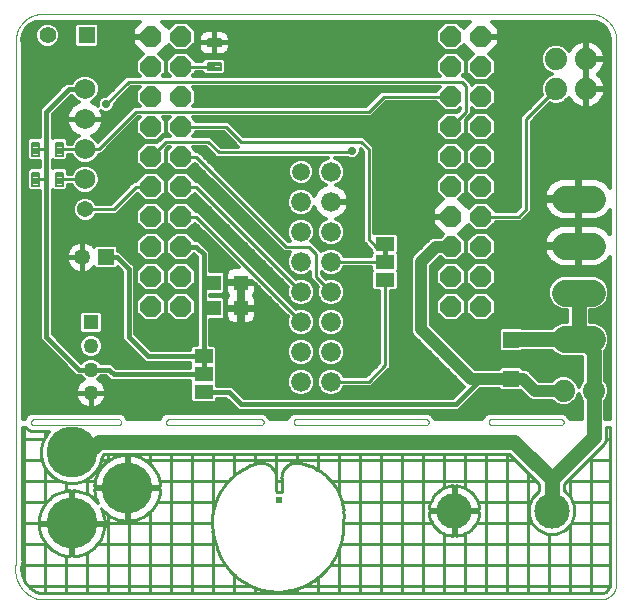
<source format=gbl>
G75*
%MOIN*%
%OFA0B0*%
%FSLAX25Y25*%
%IPPOS*%
%LPD*%
%AMOC8*
5,1,8,0,0,1.08239X$1,22.5*
%
%ADD10C,0.00100*%
%ADD11C,0.17000*%
%ADD12R,0.05500X0.05500*%
%ADD13C,0.05500*%
%ADD14C,0.00787*%
%ADD15C,0.08858*%
%ADD16R,0.05000X0.05000*%
%ADD17C,0.05000*%
%ADD18OC8,0.07000*%
%ADD19C,0.05906*%
%ADD20C,0.06600*%
%ADD21R,0.06300X0.04600*%
%ADD22C,0.01600*%
%ADD23C,0.02400*%
%ADD24C,0.11811*%
%ADD25C,0.07400*%
%ADD26R,0.05315X0.05315*%
%ADD27C,0.05315*%
%ADD28R,0.04550X0.05118*%
%ADD29C,0.06900*%
%ADD30C,0.05400*%
%ADD31C,0.01200*%
%ADD32C,0.02800*%
%ADD33C,0.01000*%
%ADD34C,0.04000*%
%ADD35C,0.05000*%
D10*
X0014100Y0010000D02*
X0201600Y0010000D01*
X0201740Y0010002D01*
X0201880Y0010008D01*
X0202020Y0010018D01*
X0202160Y0010031D01*
X0202299Y0010049D01*
X0202438Y0010071D01*
X0202575Y0010096D01*
X0202713Y0010125D01*
X0202849Y0010158D01*
X0202984Y0010195D01*
X0203118Y0010236D01*
X0203251Y0010281D01*
X0203383Y0010329D01*
X0203513Y0010381D01*
X0203642Y0010436D01*
X0203769Y0010495D01*
X0203895Y0010558D01*
X0204019Y0010624D01*
X0204140Y0010693D01*
X0204260Y0010766D01*
X0204378Y0010843D01*
X0204493Y0010922D01*
X0204607Y0011005D01*
X0204717Y0011091D01*
X0204826Y0011180D01*
X0204932Y0011272D01*
X0205035Y0011367D01*
X0205136Y0011464D01*
X0205233Y0011565D01*
X0205328Y0011668D01*
X0205420Y0011774D01*
X0205509Y0011883D01*
X0205595Y0011993D01*
X0205678Y0012107D01*
X0205757Y0012222D01*
X0205834Y0012340D01*
X0205907Y0012460D01*
X0205976Y0012581D01*
X0206042Y0012705D01*
X0206105Y0012831D01*
X0206164Y0012958D01*
X0206219Y0013087D01*
X0206271Y0013217D01*
X0206319Y0013349D01*
X0206364Y0013482D01*
X0206405Y0013616D01*
X0206442Y0013751D01*
X0206475Y0013887D01*
X0206504Y0014025D01*
X0206529Y0014162D01*
X0206551Y0014301D01*
X0206569Y0014440D01*
X0206582Y0014580D01*
X0206592Y0014720D01*
X0206598Y0014860D01*
X0206600Y0015000D01*
X0206600Y0195000D01*
X0206628Y0195212D01*
X0206650Y0195424D01*
X0206668Y0195637D01*
X0206680Y0195850D01*
X0206687Y0196064D01*
X0206689Y0196277D01*
X0206686Y0196491D01*
X0206677Y0196704D01*
X0206664Y0196918D01*
X0206645Y0197130D01*
X0206621Y0197343D01*
X0206592Y0197554D01*
X0206558Y0197765D01*
X0206519Y0197975D01*
X0206475Y0198184D01*
X0206426Y0198392D01*
X0206371Y0198598D01*
X0206312Y0198804D01*
X0206248Y0199007D01*
X0206179Y0199210D01*
X0206105Y0199410D01*
X0206026Y0199608D01*
X0205943Y0199805D01*
X0205854Y0200000D01*
X0205761Y0200192D01*
X0205664Y0200382D01*
X0205562Y0200570D01*
X0205455Y0200755D01*
X0205344Y0200937D01*
X0205229Y0201117D01*
X0205109Y0201294D01*
X0204985Y0201468D01*
X0204857Y0201638D01*
X0204724Y0201806D01*
X0204588Y0201971D01*
X0204448Y0202132D01*
X0204304Y0202290D01*
X0204156Y0202444D01*
X0204005Y0202594D01*
X0203849Y0202741D01*
X0203691Y0202884D01*
X0203529Y0203023D01*
X0203363Y0203159D01*
X0203195Y0203290D01*
X0203023Y0203417D01*
X0202849Y0203540D01*
X0202671Y0203659D01*
X0202491Y0203773D01*
X0202307Y0203883D01*
X0202122Y0203988D01*
X0201933Y0204089D01*
X0201743Y0204186D01*
X0201550Y0204277D01*
X0201355Y0204364D01*
X0201158Y0204447D01*
X0200959Y0204524D01*
X0200758Y0204597D01*
X0200555Y0204665D01*
X0200351Y0204728D01*
X0200146Y0204786D01*
X0199939Y0204839D01*
X0199731Y0204887D01*
X0199521Y0204930D01*
X0199311Y0204967D01*
X0199100Y0205000D01*
X0014100Y0205000D01*
X0013886Y0204967D01*
X0013672Y0204928D01*
X0013460Y0204884D01*
X0013248Y0204836D01*
X0013038Y0204781D01*
X0012830Y0204722D01*
X0012622Y0204658D01*
X0012417Y0204588D01*
X0012213Y0204514D01*
X0012011Y0204434D01*
X0011811Y0204350D01*
X0011614Y0204261D01*
X0011418Y0204166D01*
X0011225Y0204068D01*
X0011035Y0203964D01*
X0010847Y0203856D01*
X0010661Y0203743D01*
X0010479Y0203626D01*
X0010299Y0203504D01*
X0010123Y0203378D01*
X0009949Y0203247D01*
X0009779Y0203113D01*
X0009613Y0202974D01*
X0009449Y0202831D01*
X0009290Y0202684D01*
X0009134Y0202534D01*
X0008981Y0202379D01*
X0008833Y0202221D01*
X0008688Y0202059D01*
X0008548Y0201894D01*
X0008411Y0201725D01*
X0008279Y0201553D01*
X0008151Y0201378D01*
X0008027Y0201200D01*
X0007908Y0201019D01*
X0007793Y0200835D01*
X0007683Y0200648D01*
X0007577Y0200458D01*
X0007476Y0200266D01*
X0007380Y0200072D01*
X0007289Y0199875D01*
X0007202Y0199676D01*
X0007120Y0199475D01*
X0007044Y0199272D01*
X0006972Y0199068D01*
X0006905Y0198861D01*
X0006844Y0198653D01*
X0006788Y0198444D01*
X0006736Y0198233D01*
X0006690Y0198021D01*
X0006649Y0197808D01*
X0006614Y0197594D01*
X0006583Y0197379D01*
X0006558Y0197164D01*
X0006539Y0196948D01*
X0006524Y0196731D01*
X0006515Y0196514D01*
X0006511Y0196297D01*
X0006513Y0196080D01*
X0006519Y0195864D01*
X0006532Y0195647D01*
X0006549Y0195431D01*
X0006572Y0195215D01*
X0006600Y0195000D01*
X0006600Y0022500D01*
X0006542Y0022258D01*
X0006491Y0022014D01*
X0006445Y0021769D01*
X0006405Y0021523D01*
X0006371Y0021276D01*
X0006343Y0021029D01*
X0006322Y0020781D01*
X0006306Y0020532D01*
X0006296Y0020283D01*
X0006292Y0020034D01*
X0006294Y0019785D01*
X0006302Y0019536D01*
X0006317Y0019287D01*
X0006337Y0019039D01*
X0006363Y0018791D01*
X0006395Y0018544D01*
X0006433Y0018298D01*
X0006478Y0018053D01*
X0006528Y0017809D01*
X0006583Y0017566D01*
X0006645Y0017325D01*
X0006713Y0017085D01*
X0006786Y0016847D01*
X0006865Y0016611D01*
X0006950Y0016377D01*
X0007040Y0016145D01*
X0007136Y0015915D01*
X0007238Y0015687D01*
X0007345Y0015462D01*
X0007457Y0015240D01*
X0007575Y0015020D01*
X0007698Y0014804D01*
X0007826Y0014590D01*
X0007959Y0014380D01*
X0008097Y0014173D01*
X0008241Y0013969D01*
X0008389Y0013769D01*
X0008542Y0013572D01*
X0008699Y0013379D01*
X0008862Y0013190D01*
X0009029Y0013005D01*
X0009200Y0012824D01*
X0009375Y0012648D01*
X0009555Y0012475D01*
X0009739Y0012307D01*
X0009927Y0012144D01*
X0010119Y0011985D01*
X0010314Y0011830D01*
X0010513Y0011681D01*
X0010716Y0011536D01*
X0010923Y0011396D01*
X0011132Y0011262D01*
X0011345Y0011132D01*
X0011561Y0011008D01*
X0011779Y0010889D01*
X0012001Y0010775D01*
X0012225Y0010666D01*
X0012452Y0010563D01*
X0012681Y0010466D01*
X0012913Y0010374D01*
X0013146Y0010288D01*
X0013382Y0010207D01*
X0013620Y0010132D01*
X0013859Y0010063D01*
X0014100Y0010000D01*
X0012600Y0068000D02*
X0040600Y0068000D01*
X0040660Y0068002D01*
X0040721Y0068007D01*
X0040780Y0068016D01*
X0040839Y0068029D01*
X0040898Y0068045D01*
X0040955Y0068065D01*
X0041010Y0068088D01*
X0041065Y0068115D01*
X0041117Y0068144D01*
X0041168Y0068177D01*
X0041217Y0068213D01*
X0041263Y0068251D01*
X0041307Y0068293D01*
X0041349Y0068337D01*
X0041387Y0068383D01*
X0041423Y0068432D01*
X0041456Y0068483D01*
X0041485Y0068535D01*
X0041512Y0068590D01*
X0041535Y0068645D01*
X0041555Y0068702D01*
X0041571Y0068761D01*
X0041584Y0068820D01*
X0041593Y0068879D01*
X0041598Y0068940D01*
X0041600Y0069000D01*
X0041598Y0069060D01*
X0041593Y0069121D01*
X0041584Y0069180D01*
X0041571Y0069239D01*
X0041555Y0069298D01*
X0041535Y0069355D01*
X0041512Y0069410D01*
X0041485Y0069465D01*
X0041456Y0069517D01*
X0041423Y0069568D01*
X0041387Y0069617D01*
X0041349Y0069663D01*
X0041307Y0069707D01*
X0041263Y0069749D01*
X0041217Y0069787D01*
X0041168Y0069823D01*
X0041117Y0069856D01*
X0041065Y0069885D01*
X0041010Y0069912D01*
X0040955Y0069935D01*
X0040898Y0069955D01*
X0040839Y0069971D01*
X0040780Y0069984D01*
X0040721Y0069993D01*
X0040660Y0069998D01*
X0040600Y0070000D01*
X0012600Y0070000D01*
X0011600Y0069000D02*
X0011602Y0068940D01*
X0011607Y0068879D01*
X0011616Y0068820D01*
X0011629Y0068761D01*
X0011645Y0068702D01*
X0011665Y0068645D01*
X0011688Y0068590D01*
X0011715Y0068535D01*
X0011744Y0068483D01*
X0011777Y0068432D01*
X0011813Y0068383D01*
X0011851Y0068337D01*
X0011893Y0068293D01*
X0011937Y0068251D01*
X0011983Y0068213D01*
X0012032Y0068177D01*
X0012083Y0068144D01*
X0012135Y0068115D01*
X0012190Y0068088D01*
X0012245Y0068065D01*
X0012302Y0068045D01*
X0012361Y0068029D01*
X0012420Y0068016D01*
X0012479Y0068007D01*
X0012540Y0068002D01*
X0012600Y0068000D01*
X0011600Y0069000D02*
X0011602Y0069060D01*
X0011607Y0069121D01*
X0011616Y0069180D01*
X0011629Y0069239D01*
X0011645Y0069298D01*
X0011665Y0069355D01*
X0011688Y0069410D01*
X0011715Y0069465D01*
X0011744Y0069517D01*
X0011777Y0069568D01*
X0011813Y0069617D01*
X0011851Y0069663D01*
X0011893Y0069707D01*
X0011937Y0069749D01*
X0011983Y0069787D01*
X0012032Y0069823D01*
X0012083Y0069856D01*
X0012135Y0069885D01*
X0012190Y0069912D01*
X0012245Y0069935D01*
X0012302Y0069955D01*
X0012361Y0069971D01*
X0012420Y0069984D01*
X0012479Y0069993D01*
X0012540Y0069998D01*
X0012600Y0070000D01*
X0057600Y0070000D02*
X0088100Y0070000D01*
X0089100Y0069000D02*
X0089098Y0068940D01*
X0089093Y0068879D01*
X0089084Y0068820D01*
X0089071Y0068761D01*
X0089055Y0068702D01*
X0089035Y0068645D01*
X0089012Y0068590D01*
X0088985Y0068535D01*
X0088956Y0068483D01*
X0088923Y0068432D01*
X0088887Y0068383D01*
X0088849Y0068337D01*
X0088807Y0068293D01*
X0088763Y0068251D01*
X0088717Y0068213D01*
X0088668Y0068177D01*
X0088617Y0068144D01*
X0088565Y0068115D01*
X0088510Y0068088D01*
X0088455Y0068065D01*
X0088398Y0068045D01*
X0088339Y0068029D01*
X0088280Y0068016D01*
X0088221Y0068007D01*
X0088160Y0068002D01*
X0088100Y0068000D01*
X0057600Y0068000D01*
X0057540Y0068002D01*
X0057479Y0068007D01*
X0057420Y0068016D01*
X0057361Y0068029D01*
X0057302Y0068045D01*
X0057245Y0068065D01*
X0057190Y0068088D01*
X0057135Y0068115D01*
X0057083Y0068144D01*
X0057032Y0068177D01*
X0056983Y0068213D01*
X0056937Y0068251D01*
X0056893Y0068293D01*
X0056851Y0068337D01*
X0056813Y0068383D01*
X0056777Y0068432D01*
X0056744Y0068483D01*
X0056715Y0068535D01*
X0056688Y0068590D01*
X0056665Y0068645D01*
X0056645Y0068702D01*
X0056629Y0068761D01*
X0056616Y0068820D01*
X0056607Y0068879D01*
X0056602Y0068940D01*
X0056600Y0069000D01*
X0056602Y0069060D01*
X0056607Y0069121D01*
X0056616Y0069180D01*
X0056629Y0069239D01*
X0056645Y0069298D01*
X0056665Y0069355D01*
X0056688Y0069410D01*
X0056715Y0069465D01*
X0056744Y0069517D01*
X0056777Y0069568D01*
X0056813Y0069617D01*
X0056851Y0069663D01*
X0056893Y0069707D01*
X0056937Y0069749D01*
X0056983Y0069787D01*
X0057032Y0069823D01*
X0057083Y0069856D01*
X0057135Y0069885D01*
X0057190Y0069912D01*
X0057245Y0069935D01*
X0057302Y0069955D01*
X0057361Y0069971D01*
X0057420Y0069984D01*
X0057479Y0069993D01*
X0057540Y0069998D01*
X0057600Y0070000D01*
X0088100Y0070000D02*
X0088160Y0069998D01*
X0088221Y0069993D01*
X0088280Y0069984D01*
X0088339Y0069971D01*
X0088398Y0069955D01*
X0088455Y0069935D01*
X0088510Y0069912D01*
X0088565Y0069885D01*
X0088617Y0069856D01*
X0088668Y0069823D01*
X0088717Y0069787D01*
X0088763Y0069749D01*
X0088807Y0069707D01*
X0088849Y0069663D01*
X0088887Y0069617D01*
X0088923Y0069568D01*
X0088956Y0069517D01*
X0088985Y0069465D01*
X0089012Y0069410D01*
X0089035Y0069355D01*
X0089055Y0069298D01*
X0089071Y0069239D01*
X0089084Y0069180D01*
X0089093Y0069121D01*
X0089098Y0069060D01*
X0089100Y0069000D01*
X0099100Y0069000D02*
X0099102Y0068940D01*
X0099107Y0068879D01*
X0099116Y0068820D01*
X0099129Y0068761D01*
X0099145Y0068702D01*
X0099165Y0068645D01*
X0099188Y0068590D01*
X0099215Y0068535D01*
X0099244Y0068483D01*
X0099277Y0068432D01*
X0099313Y0068383D01*
X0099351Y0068337D01*
X0099393Y0068293D01*
X0099437Y0068251D01*
X0099483Y0068213D01*
X0099532Y0068177D01*
X0099583Y0068144D01*
X0099635Y0068115D01*
X0099690Y0068088D01*
X0099745Y0068065D01*
X0099802Y0068045D01*
X0099861Y0068029D01*
X0099920Y0068016D01*
X0099979Y0068007D01*
X0100040Y0068002D01*
X0100100Y0068000D01*
X0143100Y0068000D01*
X0143160Y0068002D01*
X0143221Y0068007D01*
X0143280Y0068016D01*
X0143339Y0068029D01*
X0143398Y0068045D01*
X0143455Y0068065D01*
X0143510Y0068088D01*
X0143565Y0068115D01*
X0143617Y0068144D01*
X0143668Y0068177D01*
X0143717Y0068213D01*
X0143763Y0068251D01*
X0143807Y0068293D01*
X0143849Y0068337D01*
X0143887Y0068383D01*
X0143923Y0068432D01*
X0143956Y0068483D01*
X0143985Y0068535D01*
X0144012Y0068590D01*
X0144035Y0068645D01*
X0144055Y0068702D01*
X0144071Y0068761D01*
X0144084Y0068820D01*
X0144093Y0068879D01*
X0144098Y0068940D01*
X0144100Y0069000D01*
X0144098Y0069060D01*
X0144093Y0069121D01*
X0144084Y0069180D01*
X0144071Y0069239D01*
X0144055Y0069298D01*
X0144035Y0069355D01*
X0144012Y0069410D01*
X0143985Y0069465D01*
X0143956Y0069517D01*
X0143923Y0069568D01*
X0143887Y0069617D01*
X0143849Y0069663D01*
X0143807Y0069707D01*
X0143763Y0069749D01*
X0143717Y0069787D01*
X0143668Y0069823D01*
X0143617Y0069856D01*
X0143565Y0069885D01*
X0143510Y0069912D01*
X0143455Y0069935D01*
X0143398Y0069955D01*
X0143339Y0069971D01*
X0143280Y0069984D01*
X0143221Y0069993D01*
X0143160Y0069998D01*
X0143100Y0070000D01*
X0100100Y0070000D01*
X0100040Y0069998D01*
X0099979Y0069993D01*
X0099920Y0069984D01*
X0099861Y0069971D01*
X0099802Y0069955D01*
X0099745Y0069935D01*
X0099690Y0069912D01*
X0099635Y0069885D01*
X0099583Y0069856D01*
X0099532Y0069823D01*
X0099483Y0069787D01*
X0099437Y0069749D01*
X0099393Y0069707D01*
X0099351Y0069663D01*
X0099313Y0069617D01*
X0099277Y0069568D01*
X0099244Y0069517D01*
X0099215Y0069465D01*
X0099188Y0069410D01*
X0099165Y0069355D01*
X0099145Y0069298D01*
X0099129Y0069239D01*
X0099116Y0069180D01*
X0099107Y0069121D01*
X0099102Y0069060D01*
X0099100Y0069000D01*
X0164100Y0069000D02*
X0164102Y0068940D01*
X0164107Y0068879D01*
X0164116Y0068820D01*
X0164129Y0068761D01*
X0164145Y0068702D01*
X0164165Y0068645D01*
X0164188Y0068590D01*
X0164215Y0068535D01*
X0164244Y0068483D01*
X0164277Y0068432D01*
X0164313Y0068383D01*
X0164351Y0068337D01*
X0164393Y0068293D01*
X0164437Y0068251D01*
X0164483Y0068213D01*
X0164532Y0068177D01*
X0164583Y0068144D01*
X0164635Y0068115D01*
X0164690Y0068088D01*
X0164745Y0068065D01*
X0164802Y0068045D01*
X0164861Y0068029D01*
X0164920Y0068016D01*
X0164979Y0068007D01*
X0165040Y0068002D01*
X0165100Y0068000D01*
X0188100Y0068000D01*
X0188160Y0068002D01*
X0188221Y0068007D01*
X0188280Y0068016D01*
X0188339Y0068029D01*
X0188398Y0068045D01*
X0188455Y0068065D01*
X0188510Y0068088D01*
X0188565Y0068115D01*
X0188617Y0068144D01*
X0188668Y0068177D01*
X0188717Y0068213D01*
X0188763Y0068251D01*
X0188807Y0068293D01*
X0188849Y0068337D01*
X0188887Y0068383D01*
X0188923Y0068432D01*
X0188956Y0068483D01*
X0188985Y0068535D01*
X0189012Y0068590D01*
X0189035Y0068645D01*
X0189055Y0068702D01*
X0189071Y0068761D01*
X0189084Y0068820D01*
X0189093Y0068879D01*
X0189098Y0068940D01*
X0189100Y0069000D01*
X0189098Y0069060D01*
X0189093Y0069121D01*
X0189084Y0069180D01*
X0189071Y0069239D01*
X0189055Y0069298D01*
X0189035Y0069355D01*
X0189012Y0069410D01*
X0188985Y0069465D01*
X0188956Y0069517D01*
X0188923Y0069568D01*
X0188887Y0069617D01*
X0188849Y0069663D01*
X0188807Y0069707D01*
X0188763Y0069749D01*
X0188717Y0069787D01*
X0188668Y0069823D01*
X0188617Y0069856D01*
X0188565Y0069885D01*
X0188510Y0069912D01*
X0188455Y0069935D01*
X0188398Y0069955D01*
X0188339Y0069971D01*
X0188280Y0069984D01*
X0188221Y0069993D01*
X0188160Y0069998D01*
X0188100Y0070000D01*
X0165100Y0070000D01*
X0165040Y0069998D01*
X0164979Y0069993D01*
X0164920Y0069984D01*
X0164861Y0069971D01*
X0164802Y0069955D01*
X0164745Y0069935D01*
X0164690Y0069912D01*
X0164635Y0069885D01*
X0164583Y0069856D01*
X0164532Y0069823D01*
X0164483Y0069787D01*
X0164437Y0069749D01*
X0164393Y0069707D01*
X0164351Y0069663D01*
X0164313Y0069617D01*
X0164277Y0069568D01*
X0164244Y0069517D01*
X0164215Y0069465D01*
X0164188Y0069410D01*
X0164165Y0069355D01*
X0164145Y0069298D01*
X0164129Y0069239D01*
X0164116Y0069180D01*
X0164107Y0069121D01*
X0164102Y0069060D01*
X0164100Y0069000D01*
D11*
X0043604Y0047126D03*
X0025100Y0058937D03*
X0025100Y0035315D03*
D12*
X0171600Y0083500D03*
X0171600Y0096500D03*
X0030100Y0198000D03*
D13*
X0017100Y0198000D03*
D14*
X0014345Y0162166D02*
X0011981Y0162166D01*
X0014345Y0162166D02*
X0014345Y0157834D01*
X0011981Y0157834D01*
X0011981Y0162166D01*
X0011981Y0158620D02*
X0014345Y0158620D01*
X0014345Y0159406D02*
X0011981Y0159406D01*
X0011981Y0160192D02*
X0014345Y0160192D01*
X0014345Y0160978D02*
X0011981Y0160978D01*
X0011981Y0161764D02*
X0014345Y0161764D01*
X0019855Y0162166D02*
X0022219Y0162166D01*
X0022219Y0157834D01*
X0019855Y0157834D01*
X0019855Y0162166D01*
X0019855Y0158620D02*
X0022219Y0158620D01*
X0022219Y0159406D02*
X0019855Y0159406D01*
X0019855Y0160192D02*
X0022219Y0160192D01*
X0022219Y0160978D02*
X0019855Y0160978D01*
X0019855Y0161764D02*
X0022219Y0161764D01*
X0022219Y0152166D02*
X0019855Y0152166D01*
X0022219Y0152166D02*
X0022219Y0147834D01*
X0019855Y0147834D01*
X0019855Y0152166D01*
X0019855Y0148620D02*
X0022219Y0148620D01*
X0022219Y0149406D02*
X0019855Y0149406D01*
X0019855Y0150192D02*
X0022219Y0150192D01*
X0022219Y0150978D02*
X0019855Y0150978D01*
X0019855Y0151764D02*
X0022219Y0151764D01*
X0014345Y0152166D02*
X0011981Y0152166D01*
X0014345Y0152166D02*
X0014345Y0147834D01*
X0011981Y0147834D01*
X0011981Y0152166D01*
X0011981Y0148620D02*
X0014345Y0148620D01*
X0014345Y0149406D02*
X0011981Y0149406D01*
X0011981Y0150192D02*
X0014345Y0150192D01*
X0014345Y0150978D02*
X0011981Y0150978D01*
X0011981Y0151764D02*
X0014345Y0151764D01*
X0070434Y0186381D02*
X0070434Y0188745D01*
X0074766Y0188745D01*
X0074766Y0186381D01*
X0070434Y0186381D01*
X0070434Y0187167D02*
X0074766Y0187167D01*
X0074766Y0187953D02*
X0070434Y0187953D01*
X0070434Y0188739D02*
X0074766Y0188739D01*
X0070434Y0194255D02*
X0070434Y0196619D01*
X0074766Y0196619D01*
X0074766Y0194255D01*
X0070434Y0194255D01*
X0070434Y0195041D02*
X0074766Y0195041D01*
X0074766Y0195827D02*
X0070434Y0195827D01*
X0070434Y0196613D02*
X0074766Y0196613D01*
D15*
X0189671Y0143386D02*
X0198529Y0143386D01*
X0198529Y0127795D02*
X0189671Y0127795D01*
X0189671Y0112205D02*
X0198529Y0112205D01*
X0198529Y0096614D02*
X0189671Y0096614D01*
D16*
X0031600Y0102311D03*
D17*
X0031600Y0094437D03*
X0031600Y0086563D03*
X0031600Y0078689D03*
D18*
X0051600Y0107500D03*
X0061600Y0107500D03*
X0061600Y0117500D03*
X0061600Y0127500D03*
X0051600Y0127500D03*
X0051600Y0117500D03*
X0051600Y0137500D03*
X0051600Y0147500D03*
X0061600Y0147500D03*
X0061600Y0137500D03*
X0061600Y0157500D03*
X0061600Y0167500D03*
X0051600Y0167500D03*
X0051600Y0157500D03*
X0051600Y0177500D03*
X0051600Y0187500D03*
X0061600Y0187500D03*
X0061600Y0177500D03*
X0061600Y0197500D03*
X0051600Y0197500D03*
X0151600Y0197500D03*
X0161600Y0197500D03*
X0161600Y0187500D03*
X0161600Y0177500D03*
X0151600Y0177500D03*
X0151600Y0187500D03*
X0151600Y0167500D03*
X0151600Y0157500D03*
X0161600Y0157500D03*
X0161600Y0167500D03*
X0161600Y0147500D03*
X0161600Y0137500D03*
X0151600Y0137500D03*
X0151600Y0147500D03*
X0151600Y0127500D03*
X0151600Y0117500D03*
X0161600Y0117500D03*
X0161600Y0127500D03*
X0161600Y0107500D03*
X0151600Y0107500D03*
D19*
X0101600Y0152500D03*
D20*
X0101600Y0142500D03*
X0101600Y0132500D03*
X0101600Y0122500D03*
X0101600Y0112500D03*
X0101600Y0102500D03*
X0101600Y0092500D03*
X0101600Y0082500D03*
X0111600Y0082500D03*
X0111600Y0092500D03*
X0111600Y0102500D03*
X0111600Y0112500D03*
X0111600Y0122500D03*
X0111600Y0132500D03*
X0111600Y0142500D03*
X0111600Y0152500D03*
D21*
X0129600Y0128500D03*
X0129600Y0122500D03*
X0129600Y0116500D03*
X0069100Y0091000D03*
X0069100Y0085000D03*
X0069100Y0079000D03*
D22*
X0077600Y0079000D01*
X0081600Y0075000D01*
X0153100Y0075000D01*
X0161600Y0083500D01*
X0129600Y0122500D02*
X0129600Y0127500D01*
X0072663Y0115500D02*
X0069600Y0115500D01*
X0069100Y0115000D01*
X0069100Y0107500D01*
X0069600Y0107000D01*
X0072663Y0107000D01*
X0069100Y0107500D02*
X0069100Y0091000D01*
X0050600Y0091000D01*
X0044100Y0097500D01*
X0044100Y0120000D01*
X0040100Y0124000D01*
X0036537Y0124000D01*
X0061600Y0127500D02*
X0066600Y0127500D01*
X0069100Y0125000D01*
X0069100Y0115000D01*
X0069100Y0090000D02*
X0069100Y0085000D01*
X0039100Y0085000D01*
X0037537Y0086563D01*
X0031600Y0086563D01*
X0027537Y0086563D01*
X0016600Y0097500D01*
X0016600Y0150000D01*
X0016600Y0160000D01*
X0016600Y0172500D01*
X0024100Y0180000D01*
X0029600Y0180000D01*
X0029625Y0180025D01*
D23*
X0094100Y0043000D03*
D24*
X0152620Y0039500D03*
X0185100Y0039500D03*
D25*
X0189100Y0079500D03*
X0199100Y0079500D03*
X0196600Y0180000D03*
X0196600Y0190000D03*
X0186600Y0190000D03*
X0186600Y0180000D03*
D26*
X0036537Y0124000D03*
D27*
X0028663Y0124000D03*
D28*
X0072663Y0115500D03*
X0072663Y0107000D03*
X0081537Y0107000D03*
X0081537Y0115500D03*
D29*
X0029575Y0150000D03*
X0029625Y0160000D03*
X0029575Y0170000D03*
X0029625Y0180025D03*
D30*
X0029600Y0140000D03*
D31*
X0025779Y0141490D02*
X0018800Y0141490D01*
X0018800Y0140292D02*
X0025500Y0140292D01*
X0025500Y0140816D02*
X0025500Y0139184D01*
X0026124Y0137678D01*
X0027278Y0136524D01*
X0028784Y0135900D01*
X0030416Y0135900D01*
X0031922Y0136524D01*
X0033076Y0137678D01*
X0033251Y0138100D01*
X0039887Y0138100D01*
X0046979Y0145192D01*
X0049570Y0142600D01*
X0053630Y0142600D01*
X0056500Y0145470D01*
X0056500Y0149530D01*
X0053630Y0152400D01*
X0049570Y0152400D01*
X0046700Y0149530D01*
X0046700Y0149400D01*
X0045813Y0149400D01*
X0044700Y0148287D01*
X0038313Y0141900D01*
X0033251Y0141900D01*
X0033076Y0142322D01*
X0031922Y0143476D01*
X0030416Y0144100D01*
X0028784Y0144100D01*
X0027278Y0143476D01*
X0026124Y0142322D01*
X0025500Y0140816D01*
X0025538Y0139093D02*
X0018800Y0139093D01*
X0018800Y0137895D02*
X0026034Y0137895D01*
X0027106Y0136696D02*
X0018800Y0136696D01*
X0018800Y0135498D02*
X0046700Y0135498D01*
X0046700Y0135470D02*
X0049570Y0132600D01*
X0053630Y0132600D01*
X0056500Y0135470D01*
X0056500Y0139530D01*
X0053630Y0142400D01*
X0049570Y0142400D01*
X0046700Y0139530D01*
X0046700Y0135470D01*
X0046700Y0136696D02*
X0032094Y0136696D01*
X0033166Y0137895D02*
X0046700Y0137895D01*
X0046700Y0139093D02*
X0040880Y0139093D01*
X0042079Y0140292D02*
X0047462Y0140292D01*
X0048660Y0141490D02*
X0043277Y0141490D01*
X0044476Y0142689D02*
X0049482Y0142689D01*
X0048283Y0143887D02*
X0045674Y0143887D01*
X0046873Y0145086D02*
X0047085Y0145086D01*
X0043896Y0147483D02*
X0033782Y0147483D01*
X0033687Y0147253D02*
X0034425Y0149035D01*
X0034425Y0150965D01*
X0033687Y0152747D01*
X0032322Y0154112D01*
X0030540Y0154850D01*
X0028610Y0154850D01*
X0026828Y0154112D01*
X0025463Y0152747D01*
X0025112Y0151900D01*
X0024012Y0151900D01*
X0024012Y0152908D01*
X0022961Y0153959D01*
X0019113Y0153959D01*
X0018800Y0153646D01*
X0018800Y0156354D01*
X0019113Y0156041D01*
X0022961Y0156041D01*
X0024012Y0157092D01*
X0024012Y0158100D01*
X0025162Y0158100D01*
X0025513Y0157253D01*
X0026878Y0155888D01*
X0028660Y0155150D01*
X0030590Y0155150D01*
X0032372Y0155888D01*
X0033737Y0157253D01*
X0034088Y0158100D01*
X0034887Y0158100D01*
X0047387Y0170600D01*
X0047770Y0170600D01*
X0046700Y0169530D01*
X0046700Y0165470D01*
X0049570Y0162600D01*
X0053630Y0162600D01*
X0056500Y0165470D01*
X0056500Y0169530D01*
X0055430Y0170600D01*
X0057770Y0170600D01*
X0056700Y0169530D01*
X0056700Y0165470D01*
X0057770Y0164400D01*
X0055813Y0164400D01*
X0054700Y0163287D01*
X0053721Y0162308D01*
X0053630Y0162400D01*
X0049570Y0162400D01*
X0046700Y0159530D01*
X0046700Y0155470D01*
X0049570Y0152600D01*
X0053630Y0152600D01*
X0056500Y0155470D01*
X0056500Y0159530D01*
X0056408Y0159621D01*
X0057387Y0160600D01*
X0057770Y0160600D01*
X0056700Y0159530D01*
X0056700Y0155470D01*
X0059570Y0152600D01*
X0063630Y0152600D01*
X0066221Y0155192D01*
X0095813Y0125600D01*
X0098053Y0125600D01*
X0097616Y0125162D01*
X0096900Y0123435D01*
X0096900Y0121565D01*
X0097616Y0119838D01*
X0098938Y0118516D01*
X0100665Y0117800D01*
X0102535Y0117800D01*
X0104262Y0118516D01*
X0104700Y0118953D01*
X0104700Y0116713D01*
X0105813Y0115600D01*
X0107216Y0114197D01*
X0106900Y0113435D01*
X0106900Y0111565D01*
X0107616Y0109838D01*
X0108938Y0108516D01*
X0110665Y0107800D01*
X0112535Y0107800D01*
X0114262Y0108516D01*
X0115584Y0109838D01*
X0116300Y0111565D01*
X0116300Y0113435D01*
X0115584Y0115162D01*
X0114262Y0116484D01*
X0112535Y0117200D01*
X0110665Y0117200D01*
X0109903Y0116884D01*
X0108500Y0118287D01*
X0108500Y0118953D01*
X0108938Y0118516D01*
X0110665Y0117800D01*
X0112535Y0117800D01*
X0114262Y0118516D01*
X0115584Y0119838D01*
X0115900Y0120600D01*
X0125050Y0120600D01*
X0125050Y0119620D01*
X0125170Y0119500D01*
X0125050Y0119380D01*
X0125050Y0113620D01*
X0125870Y0112800D01*
X0127700Y0112800D01*
X0127700Y0088787D01*
X0123313Y0084400D01*
X0115900Y0084400D01*
X0115584Y0085162D01*
X0114262Y0086484D01*
X0112535Y0087200D01*
X0110665Y0087200D01*
X0108938Y0086484D01*
X0107616Y0085162D01*
X0106900Y0083435D01*
X0106900Y0081565D01*
X0107616Y0079838D01*
X0108938Y0078516D01*
X0110665Y0077800D01*
X0112535Y0077800D01*
X0114262Y0078516D01*
X0115584Y0079838D01*
X0115900Y0080600D01*
X0124887Y0080600D01*
X0131500Y0087213D01*
X0131500Y0112800D01*
X0133330Y0112800D01*
X0134150Y0113620D01*
X0134150Y0119380D01*
X0134030Y0119500D01*
X0134150Y0119620D01*
X0134150Y0125380D01*
X0134030Y0125500D01*
X0134150Y0125620D01*
X0134150Y0131380D01*
X0133330Y0132200D01*
X0126000Y0132200D01*
X0126000Y0160787D01*
X0124887Y0161900D01*
X0122387Y0164400D01*
X0082387Y0164400D01*
X0077387Y0169400D01*
X0066500Y0169400D01*
X0066500Y0169530D01*
X0065430Y0170600D01*
X0124887Y0170600D01*
X0129887Y0175600D01*
X0146700Y0175600D01*
X0146700Y0175470D01*
X0149570Y0172600D01*
X0153630Y0172600D01*
X0154700Y0173670D01*
X0154700Y0173287D01*
X0153721Y0172308D01*
X0153630Y0172400D01*
X0149570Y0172400D01*
X0146700Y0169530D01*
X0146700Y0165470D01*
X0149570Y0162600D01*
X0153630Y0162600D01*
X0156500Y0165470D01*
X0156500Y0169530D01*
X0156408Y0169621D01*
X0157387Y0170600D01*
X0158500Y0171713D01*
X0158500Y0173670D01*
X0159570Y0172600D01*
X0163630Y0172600D01*
X0166500Y0175470D01*
X0166500Y0179530D01*
X0163630Y0182400D01*
X0159570Y0182400D01*
X0158500Y0181330D01*
X0158500Y0181787D01*
X0157000Y0183287D01*
X0155887Y0184400D01*
X0155430Y0184400D01*
X0156500Y0185470D01*
X0156500Y0189530D01*
X0153630Y0192400D01*
X0149570Y0192400D01*
X0146700Y0189530D01*
X0146700Y0185470D01*
X0147770Y0184400D01*
X0065430Y0184400D01*
X0066500Y0185470D01*
X0066500Y0185663D01*
X0068641Y0185663D01*
X0068641Y0185639D01*
X0069692Y0184588D01*
X0075508Y0184588D01*
X0076559Y0185639D01*
X0076559Y0189487D01*
X0075508Y0190538D01*
X0069692Y0190538D01*
X0068641Y0189487D01*
X0068641Y0189463D01*
X0066500Y0189463D01*
X0066500Y0189530D01*
X0063630Y0192400D01*
X0059570Y0192400D01*
X0056700Y0189530D01*
X0056700Y0185470D01*
X0057770Y0184400D01*
X0055430Y0184400D01*
X0056500Y0185470D01*
X0056500Y0189530D01*
X0054378Y0191651D01*
X0057449Y0194722D01*
X0059570Y0192600D01*
X0063630Y0192600D01*
X0066500Y0195470D01*
X0066500Y0199530D01*
X0063630Y0202400D01*
X0059570Y0202400D01*
X0057449Y0200278D01*
X0055227Y0202500D01*
X0157973Y0202500D01*
X0155751Y0200278D01*
X0153630Y0202400D01*
X0149570Y0202400D01*
X0146700Y0199530D01*
X0146700Y0195470D01*
X0149570Y0192600D01*
X0153630Y0192600D01*
X0155751Y0194722D01*
X0158822Y0191651D01*
X0156700Y0189530D01*
X0156700Y0185470D01*
X0159570Y0182600D01*
X0163630Y0182600D01*
X0166500Y0185470D01*
X0166500Y0189530D01*
X0164378Y0191651D01*
X0167700Y0194973D01*
X0167700Y0197100D01*
X0162000Y0197100D01*
X0162000Y0197900D01*
X0167700Y0197900D01*
X0167700Y0200027D01*
X0165227Y0202500D01*
X0200110Y0202500D01*
X0201699Y0201720D01*
X0203201Y0200263D01*
X0204179Y0198413D01*
X0204538Y0196352D01*
X0204513Y0195953D01*
X0204450Y0195891D01*
X0204450Y0195153D01*
X0204346Y0194422D01*
X0204450Y0194283D01*
X0204450Y0147189D01*
X0204386Y0147299D01*
X0203825Y0148030D01*
X0203174Y0148682D01*
X0202443Y0149243D01*
X0201645Y0149704D01*
X0200793Y0150056D01*
X0199903Y0150295D01*
X0198990Y0150415D01*
X0194700Y0150415D01*
X0194700Y0143986D01*
X0193500Y0143986D01*
X0193500Y0150415D01*
X0189210Y0150415D01*
X0188297Y0150295D01*
X0187407Y0150056D01*
X0186555Y0149704D01*
X0185757Y0149243D01*
X0185026Y0148682D01*
X0184375Y0148030D01*
X0183814Y0147299D01*
X0183353Y0146501D01*
X0183000Y0145650D01*
X0182762Y0144760D01*
X0182660Y0143986D01*
X0193500Y0143986D01*
X0193500Y0142786D01*
X0182660Y0142786D01*
X0182762Y0142012D01*
X0183000Y0141122D01*
X0183353Y0140270D01*
X0183814Y0139472D01*
X0184375Y0138741D01*
X0185026Y0138090D01*
X0185757Y0137529D01*
X0186555Y0137068D01*
X0187407Y0136715D01*
X0188297Y0136477D01*
X0189210Y0136357D01*
X0193500Y0136357D01*
X0193500Y0142786D01*
X0194700Y0142786D01*
X0194700Y0136357D01*
X0198990Y0136357D01*
X0199903Y0136477D01*
X0200793Y0136715D01*
X0201645Y0137068D01*
X0202443Y0137529D01*
X0203174Y0138090D01*
X0203825Y0138741D01*
X0204386Y0139472D01*
X0204450Y0139583D01*
X0204450Y0131598D01*
X0204386Y0131709D01*
X0203825Y0132440D01*
X0203174Y0133091D01*
X0202443Y0133652D01*
X0201645Y0134113D01*
X0200793Y0134466D01*
X0199903Y0134704D01*
X0198990Y0134824D01*
X0194700Y0134824D01*
X0194700Y0128395D01*
X0193500Y0128395D01*
X0193500Y0127195D01*
X0194700Y0127195D01*
X0194700Y0120766D01*
X0198990Y0120766D01*
X0199903Y0120886D01*
X0200793Y0121125D01*
X0201645Y0121478D01*
X0202443Y0121938D01*
X0203174Y0122499D01*
X0203825Y0123151D01*
X0204386Y0123882D01*
X0204450Y0123992D01*
X0204450Y0070000D01*
X0203000Y0070000D01*
X0203000Y0076188D01*
X0203424Y0076611D01*
X0204200Y0078486D01*
X0204200Y0080514D01*
X0203424Y0082389D01*
X0203000Y0082812D01*
X0203000Y0092841D01*
X0203471Y0093312D01*
X0204358Y0095455D01*
X0204358Y0097774D01*
X0203471Y0099916D01*
X0201831Y0101556D01*
X0199689Y0102443D01*
X0198000Y0102443D01*
X0198000Y0106376D01*
X0199689Y0106376D01*
X0201831Y0107263D01*
X0203471Y0108903D01*
X0204358Y0111045D01*
X0204358Y0113364D01*
X0203471Y0115507D01*
X0201831Y0117146D01*
X0199689Y0118034D01*
X0188511Y0118034D01*
X0186369Y0117146D01*
X0184729Y0115507D01*
X0183842Y0113364D01*
X0183842Y0111045D01*
X0184729Y0108903D01*
X0186369Y0107263D01*
X0188511Y0106376D01*
X0190200Y0106376D01*
X0190200Y0102443D01*
X0188511Y0102443D01*
X0186369Y0101556D01*
X0185327Y0100514D01*
X0175066Y0100514D01*
X0174930Y0100650D01*
X0168270Y0100650D01*
X0167450Y0099830D01*
X0167450Y0093170D01*
X0168270Y0092350D01*
X0174930Y0092350D01*
X0175294Y0092714D01*
X0185327Y0092714D01*
X0186369Y0091672D01*
X0188511Y0090785D01*
X0195200Y0090785D01*
X0195200Y0082812D01*
X0194776Y0082389D01*
X0194100Y0080756D01*
X0193424Y0082389D01*
X0191989Y0083824D01*
X0190114Y0084600D01*
X0188086Y0084600D01*
X0186211Y0083824D01*
X0185287Y0082900D01*
X0181008Y0082900D01*
X0177526Y0086382D01*
X0176276Y0086900D01*
X0175680Y0086900D01*
X0174930Y0087650D01*
X0168270Y0087650D01*
X0167520Y0086900D01*
X0159508Y0086900D01*
X0145000Y0101408D01*
X0145000Y0121092D01*
X0148008Y0124100D01*
X0148070Y0124100D01*
X0149570Y0122600D01*
X0153630Y0122600D01*
X0156500Y0125470D01*
X0156500Y0129530D01*
X0154378Y0131651D01*
X0157449Y0134722D01*
X0159570Y0132600D01*
X0163630Y0132600D01*
X0166500Y0135470D01*
X0166500Y0135600D01*
X0174887Y0135600D01*
X0177387Y0138100D01*
X0178500Y0139213D01*
X0178500Y0169213D01*
X0184597Y0175310D01*
X0185586Y0174900D01*
X0187614Y0174900D01*
X0189489Y0175676D01*
X0190924Y0177111D01*
X0190958Y0177195D01*
X0191212Y0176698D01*
X0191795Y0175896D01*
X0192496Y0175195D01*
X0193298Y0174612D01*
X0194182Y0174162D01*
X0195125Y0173855D01*
X0196104Y0173700D01*
X0196200Y0173700D01*
X0196200Y0179600D01*
X0197000Y0179600D01*
X0197000Y0180400D01*
X0202900Y0180400D01*
X0202900Y0180496D01*
X0202745Y0181475D01*
X0202438Y0182418D01*
X0201988Y0183302D01*
X0201405Y0184104D01*
X0200704Y0184805D01*
X0200436Y0185000D01*
X0200704Y0185195D01*
X0201405Y0185896D01*
X0201988Y0186698D01*
X0202438Y0187582D01*
X0202745Y0188525D01*
X0202900Y0189504D01*
X0202900Y0189600D01*
X0197000Y0189600D01*
X0197000Y0190400D01*
X0196200Y0190400D01*
X0196200Y0196300D01*
X0196104Y0196300D01*
X0195125Y0196145D01*
X0194182Y0195838D01*
X0193298Y0195388D01*
X0192496Y0194805D01*
X0191795Y0194104D01*
X0191212Y0193302D01*
X0190958Y0192805D01*
X0190924Y0192889D01*
X0189489Y0194324D01*
X0187614Y0195100D01*
X0185586Y0195100D01*
X0183711Y0194324D01*
X0182276Y0192889D01*
X0181500Y0191014D01*
X0181500Y0188986D01*
X0182276Y0187111D01*
X0183711Y0185676D01*
X0185344Y0185000D01*
X0183711Y0184324D01*
X0182276Y0182889D01*
X0181500Y0181014D01*
X0181500Y0178986D01*
X0181910Y0177997D01*
X0174700Y0170787D01*
X0174700Y0140787D01*
X0173313Y0139400D01*
X0166500Y0139400D01*
X0166500Y0139530D01*
X0163630Y0142400D01*
X0159570Y0142400D01*
X0157449Y0140278D01*
X0154378Y0143349D01*
X0156500Y0145470D01*
X0156500Y0149530D01*
X0153630Y0152400D01*
X0149570Y0152400D01*
X0146700Y0149530D01*
X0146700Y0145470D01*
X0148822Y0143349D01*
X0145500Y0140027D01*
X0145500Y0137900D01*
X0151200Y0137900D01*
X0151200Y0137100D01*
X0145500Y0137100D01*
X0145500Y0134973D01*
X0148822Y0131651D01*
X0148070Y0130900D01*
X0145924Y0130900D01*
X0144674Y0130382D01*
X0139674Y0125382D01*
X0138718Y0124426D01*
X0138200Y0123176D01*
X0138200Y0099324D01*
X0138718Y0098074D01*
X0139674Y0097118D01*
X0155890Y0080901D01*
X0152189Y0077200D01*
X0082511Y0077200D01*
X0078511Y0081200D01*
X0073650Y0081200D01*
X0073650Y0081880D01*
X0073530Y0082000D01*
X0073650Y0082120D01*
X0073650Y0087880D01*
X0073530Y0088000D01*
X0073650Y0088120D01*
X0073650Y0093880D01*
X0072830Y0094700D01*
X0071300Y0094700D01*
X0071300Y0103041D01*
X0075518Y0103041D01*
X0076338Y0103861D01*
X0076338Y0110139D01*
X0075518Y0110959D01*
X0071300Y0110959D01*
X0071300Y0111541D01*
X0075518Y0111541D01*
X0076338Y0112361D01*
X0076338Y0118639D01*
X0075518Y0119459D01*
X0071300Y0119459D01*
X0071300Y0125911D01*
X0070011Y0127200D01*
X0067511Y0129700D01*
X0066330Y0129700D01*
X0063630Y0132400D01*
X0059570Y0132400D01*
X0056700Y0129530D01*
X0056700Y0125470D01*
X0059570Y0122600D01*
X0063630Y0122600D01*
X0066009Y0124980D01*
X0066900Y0124089D01*
X0066900Y0094700D01*
X0065370Y0094700D01*
X0064550Y0093880D01*
X0064550Y0093200D01*
X0051511Y0093200D01*
X0046300Y0098411D01*
X0046300Y0120911D01*
X0041011Y0126200D01*
X0040594Y0126200D01*
X0040594Y0127237D01*
X0039774Y0128057D01*
X0033300Y0128057D01*
X0032670Y0127428D01*
X0032088Y0128010D01*
X0031419Y0128497D01*
X0030681Y0128872D01*
X0029894Y0129128D01*
X0029077Y0129257D01*
X0028850Y0129257D01*
X0028850Y0124187D01*
X0028476Y0124187D01*
X0028476Y0123813D01*
X0028850Y0123813D01*
X0028850Y0118743D01*
X0029077Y0118743D01*
X0029894Y0118872D01*
X0030681Y0119128D01*
X0031419Y0119503D01*
X0032088Y0119990D01*
X0032670Y0120572D01*
X0033300Y0119943D01*
X0039774Y0119943D01*
X0040410Y0120578D01*
X0041900Y0119089D01*
X0041900Y0096589D01*
X0048400Y0090089D01*
X0049689Y0088800D01*
X0064550Y0088800D01*
X0064550Y0088120D01*
X0064670Y0088000D01*
X0064550Y0087880D01*
X0064550Y0087200D01*
X0040011Y0087200D01*
X0038448Y0088763D01*
X0034910Y0088763D01*
X0034906Y0088772D01*
X0033809Y0089869D01*
X0032376Y0090463D01*
X0030824Y0090463D01*
X0029391Y0089869D01*
X0028366Y0088845D01*
X0018800Y0098411D01*
X0018800Y0146354D01*
X0019113Y0146041D01*
X0022961Y0146041D01*
X0024012Y0147092D01*
X0024012Y0148100D01*
X0025112Y0148100D01*
X0025463Y0147253D01*
X0026828Y0145888D01*
X0028610Y0145150D01*
X0030540Y0145150D01*
X0032322Y0145888D01*
X0033687Y0147253D01*
X0032718Y0146284D02*
X0042697Y0146284D01*
X0041499Y0145086D02*
X0018800Y0145086D01*
X0018800Y0146284D02*
X0018870Y0146284D01*
X0018800Y0143887D02*
X0028271Y0143887D01*
X0026490Y0142689D02*
X0018800Y0142689D01*
X0014400Y0142689D02*
X0008750Y0142689D01*
X0008750Y0143887D02*
X0014400Y0143887D01*
X0014400Y0145086D02*
X0008750Y0145086D01*
X0008750Y0146284D02*
X0010996Y0146284D01*
X0011239Y0146041D02*
X0014400Y0146041D01*
X0014400Y0096589D01*
X0025337Y0085652D01*
X0026626Y0084363D01*
X0028290Y0084363D01*
X0028294Y0084354D01*
X0029371Y0083277D01*
X0028927Y0083051D01*
X0028278Y0082579D01*
X0027710Y0082011D01*
X0027238Y0081362D01*
X0026874Y0080647D01*
X0026626Y0079883D01*
X0026500Y0079090D01*
X0026500Y0078876D01*
X0031413Y0078876D01*
X0031413Y0078502D01*
X0031413Y0078501D02*
X0031787Y0078501D01*
X0031787Y0073589D01*
X0032001Y0073589D01*
X0032794Y0073715D01*
X0033558Y0073963D01*
X0034273Y0074327D01*
X0034922Y0074799D01*
X0035490Y0075367D01*
X0035962Y0076016D01*
X0036326Y0076731D01*
X0036574Y0077495D01*
X0036700Y0078288D01*
X0036700Y0078502D01*
X0031787Y0078502D01*
X0031787Y0078876D01*
X0036700Y0078876D01*
X0036700Y0079090D01*
X0036574Y0079883D01*
X0036326Y0080647D01*
X0035962Y0081362D01*
X0035490Y0082011D01*
X0034922Y0082579D01*
X0034273Y0083051D01*
X0033829Y0083277D01*
X0034906Y0084354D01*
X0034910Y0084363D01*
X0036626Y0084363D01*
X0038189Y0082800D01*
X0064550Y0082800D01*
X0064550Y0082120D01*
X0064670Y0082000D01*
X0064550Y0081880D01*
X0064550Y0076120D01*
X0065370Y0075300D01*
X0072830Y0075300D01*
X0073650Y0076120D01*
X0073650Y0076800D01*
X0076689Y0076800D01*
X0079400Y0074089D01*
X0080689Y0072800D01*
X0154011Y0072800D01*
X0155300Y0074089D01*
X0161311Y0080100D01*
X0167520Y0080100D01*
X0168270Y0079350D01*
X0174930Y0079350D01*
X0174936Y0079356D01*
X0176718Y0077574D01*
X0177674Y0076618D01*
X0178924Y0076100D01*
X0185287Y0076100D01*
X0186211Y0075176D01*
X0188086Y0074400D01*
X0190114Y0074400D01*
X0191989Y0075176D01*
X0193424Y0076611D01*
X0194100Y0078244D01*
X0194776Y0076611D01*
X0195200Y0076188D01*
X0195200Y0070000D01*
X0191160Y0070000D01*
X0190406Y0071306D01*
X0190406Y0071306D01*
X0190406Y0071306D01*
X0189054Y0072086D01*
X0188991Y0072150D01*
X0164209Y0072150D01*
X0164146Y0072086D01*
X0162794Y0071306D01*
X0162040Y0070000D01*
X0146160Y0070000D01*
X0145406Y0071306D01*
X0145406Y0071306D01*
X0145406Y0071306D01*
X0144054Y0072086D01*
X0143991Y0072150D01*
X0099209Y0072150D01*
X0099146Y0072086D01*
X0097794Y0071306D01*
X0097040Y0070000D01*
X0091160Y0070000D01*
X0090406Y0071306D01*
X0090406Y0071306D01*
X0090406Y0071306D01*
X0089054Y0072086D01*
X0088991Y0072150D01*
X0056709Y0072150D01*
X0056646Y0072086D01*
X0055294Y0071306D01*
X0054540Y0070000D01*
X0043660Y0070000D01*
X0042906Y0071306D01*
X0042906Y0071306D01*
X0042906Y0071306D01*
X0041554Y0072086D01*
X0041491Y0072150D01*
X0011709Y0072150D01*
X0011646Y0072086D01*
X0010294Y0071306D01*
X0009540Y0070000D01*
X0008750Y0070000D01*
X0008750Y0194283D01*
X0008854Y0194422D01*
X0008750Y0195153D01*
X0008750Y0195891D01*
X0008687Y0195953D01*
X0008662Y0196352D01*
X0009021Y0198413D01*
X0009999Y0200263D01*
X0011501Y0201720D01*
X0013090Y0202500D01*
X0047973Y0202500D01*
X0045500Y0200027D01*
X0045500Y0197900D01*
X0051200Y0197900D01*
X0051200Y0197100D01*
X0045500Y0197100D01*
X0045500Y0194973D01*
X0048822Y0191651D01*
X0046700Y0189530D01*
X0046700Y0185470D01*
X0047770Y0184400D01*
X0043313Y0184400D01*
X0036713Y0177800D01*
X0036043Y0177800D01*
X0035014Y0177374D01*
X0034226Y0176586D01*
X0033800Y0175557D01*
X0033800Y0174443D01*
X0033879Y0174252D01*
X0033516Y0174615D01*
X0032746Y0175174D01*
X0031897Y0175607D01*
X0031749Y0175655D01*
X0032372Y0175913D01*
X0033737Y0177278D01*
X0034475Y0179060D01*
X0034475Y0180990D01*
X0033737Y0182772D01*
X0032372Y0184137D01*
X0030590Y0184875D01*
X0028660Y0184875D01*
X0026878Y0184137D01*
X0025513Y0182772D01*
X0025276Y0182200D01*
X0023189Y0182200D01*
X0021900Y0180911D01*
X0014400Y0173411D01*
X0014400Y0163959D01*
X0011239Y0163959D01*
X0010188Y0162908D01*
X0010188Y0157092D01*
X0011239Y0156041D01*
X0014400Y0156041D01*
X0014400Y0153959D01*
X0011239Y0153959D01*
X0010188Y0152908D01*
X0010188Y0147092D01*
X0011239Y0146041D01*
X0010188Y0147483D02*
X0008750Y0147483D01*
X0008750Y0148681D02*
X0010188Y0148681D01*
X0010188Y0149880D02*
X0008750Y0149880D01*
X0008750Y0151078D02*
X0010188Y0151078D01*
X0010188Y0152277D02*
X0008750Y0152277D01*
X0008750Y0153475D02*
X0010755Y0153475D01*
X0008750Y0154674D02*
X0014400Y0154674D01*
X0014400Y0155872D02*
X0008750Y0155872D01*
X0008750Y0157071D02*
X0010209Y0157071D01*
X0010188Y0158269D02*
X0008750Y0158269D01*
X0008750Y0159468D02*
X0010188Y0159468D01*
X0010188Y0160666D02*
X0008750Y0160666D01*
X0008750Y0161865D02*
X0010188Y0161865D01*
X0010343Y0163063D02*
X0008750Y0163063D01*
X0008750Y0164262D02*
X0014400Y0164262D01*
X0014400Y0165460D02*
X0008750Y0165460D01*
X0008750Y0166659D02*
X0014400Y0166659D01*
X0014400Y0167857D02*
X0008750Y0167857D01*
X0008750Y0169056D02*
X0014400Y0169056D01*
X0014400Y0170254D02*
X0008750Y0170254D01*
X0008750Y0171453D02*
X0014400Y0171453D01*
X0014400Y0172651D02*
X0008750Y0172651D01*
X0008750Y0173850D02*
X0014839Y0173850D01*
X0016037Y0175048D02*
X0008750Y0175048D01*
X0008750Y0176247D02*
X0017236Y0176247D01*
X0018434Y0177445D02*
X0008750Y0177445D01*
X0008750Y0178644D02*
X0019633Y0178644D01*
X0020831Y0179842D02*
X0008750Y0179842D01*
X0008750Y0181041D02*
X0022030Y0181041D01*
X0025293Y0182239D02*
X0008750Y0182239D01*
X0008750Y0183438D02*
X0026179Y0183438D01*
X0028085Y0184637D02*
X0008750Y0184637D01*
X0008750Y0185835D02*
X0046700Y0185835D01*
X0046700Y0187034D02*
X0008750Y0187034D01*
X0008750Y0188232D02*
X0046700Y0188232D01*
X0046700Y0189431D02*
X0008750Y0189431D01*
X0008750Y0190629D02*
X0047799Y0190629D01*
X0048646Y0191828D02*
X0008750Y0191828D01*
X0008750Y0193026D02*
X0047447Y0193026D01*
X0046249Y0194225D02*
X0033804Y0194225D01*
X0033430Y0193850D02*
X0034250Y0194670D01*
X0034250Y0201330D01*
X0033430Y0202150D01*
X0026770Y0202150D01*
X0025950Y0201330D01*
X0025950Y0194670D01*
X0026770Y0193850D01*
X0033430Y0193850D01*
X0034250Y0195423D02*
X0045500Y0195423D01*
X0045500Y0196622D02*
X0034250Y0196622D01*
X0034250Y0197820D02*
X0051200Y0197820D01*
X0056311Y0201416D02*
X0058586Y0201416D01*
X0064614Y0201416D02*
X0148586Y0201416D01*
X0147388Y0200217D02*
X0065812Y0200217D01*
X0066500Y0199019D02*
X0068639Y0199019D01*
X0068526Y0198943D02*
X0068109Y0198526D01*
X0067782Y0198036D01*
X0067556Y0197491D01*
X0067441Y0196913D01*
X0067441Y0195624D01*
X0072413Y0195624D01*
X0072413Y0195250D01*
X0072787Y0195250D01*
X0072787Y0191262D01*
X0075060Y0191262D01*
X0075639Y0191377D01*
X0076183Y0191603D01*
X0076674Y0191931D01*
X0077091Y0192348D01*
X0077418Y0192838D01*
X0077644Y0193383D01*
X0077759Y0193961D01*
X0077759Y0195250D01*
X0072787Y0195250D01*
X0072787Y0195624D01*
X0072413Y0195624D01*
X0072413Y0199612D01*
X0070140Y0199612D01*
X0069561Y0199497D01*
X0069017Y0199271D01*
X0068526Y0198943D01*
X0067692Y0197820D02*
X0066500Y0197820D01*
X0066500Y0196622D02*
X0067441Y0196622D01*
X0067441Y0195250D02*
X0067441Y0193961D01*
X0067556Y0193383D01*
X0067782Y0192838D01*
X0068109Y0192348D01*
X0068526Y0191931D01*
X0069017Y0191603D01*
X0069561Y0191377D01*
X0070140Y0191262D01*
X0072413Y0191262D01*
X0072413Y0195250D01*
X0067441Y0195250D01*
X0066453Y0195423D02*
X0072413Y0195423D01*
X0072787Y0195423D02*
X0146747Y0195423D01*
X0146700Y0196622D02*
X0077759Y0196622D01*
X0077759Y0196913D02*
X0077644Y0197491D01*
X0077418Y0198036D01*
X0077091Y0198526D01*
X0076674Y0198943D01*
X0076183Y0199271D01*
X0075639Y0199497D01*
X0075060Y0199612D01*
X0072787Y0199612D01*
X0072787Y0195624D01*
X0077759Y0195624D01*
X0077759Y0196913D01*
X0077508Y0197820D02*
X0146700Y0197820D01*
X0146700Y0199019D02*
X0076561Y0199019D01*
X0072787Y0199019D02*
X0072413Y0199019D01*
X0072413Y0197820D02*
X0072787Y0197820D01*
X0072787Y0196622D02*
X0072413Y0196622D01*
X0072413Y0194225D02*
X0072787Y0194225D01*
X0072787Y0193026D02*
X0072413Y0193026D01*
X0072413Y0191828D02*
X0072787Y0191828D01*
X0076520Y0191828D02*
X0148998Y0191828D01*
X0149144Y0193026D02*
X0077496Y0193026D01*
X0077759Y0194225D02*
X0147946Y0194225D01*
X0147799Y0190629D02*
X0065401Y0190629D01*
X0064202Y0191828D02*
X0068680Y0191828D01*
X0067704Y0193026D02*
X0064056Y0193026D01*
X0065254Y0194225D02*
X0067441Y0194225D01*
X0059144Y0193026D02*
X0055753Y0193026D01*
X0056951Y0194225D02*
X0057946Y0194225D01*
X0058998Y0191828D02*
X0054554Y0191828D01*
X0055401Y0190629D02*
X0057799Y0190629D01*
X0056700Y0189431D02*
X0056500Y0189431D01*
X0056500Y0188232D02*
X0056700Y0188232D01*
X0056700Y0187034D02*
X0056500Y0187034D01*
X0056500Y0185835D02*
X0056700Y0185835D01*
X0057534Y0184637D02*
X0055666Y0184637D01*
X0047534Y0184637D02*
X0031165Y0184637D01*
X0033071Y0183438D02*
X0042351Y0183438D01*
X0041152Y0182239D02*
X0033957Y0182239D01*
X0034454Y0181041D02*
X0039954Y0181041D01*
X0038755Y0179842D02*
X0034475Y0179842D01*
X0034303Y0178644D02*
X0037557Y0178644D01*
X0035187Y0177445D02*
X0033806Y0177445D01*
X0034086Y0176247D02*
X0032706Y0176247D01*
X0032919Y0175048D02*
X0033800Y0175048D01*
X0035030Y0172619D02*
X0036043Y0172200D01*
X0037157Y0172200D01*
X0038186Y0172626D01*
X0038974Y0173414D01*
X0039400Y0174443D01*
X0039400Y0175113D01*
X0044887Y0180600D01*
X0047770Y0180600D01*
X0046700Y0179530D01*
X0046700Y0175470D01*
X0047770Y0174400D01*
X0045813Y0174400D01*
X0033861Y0162448D01*
X0033737Y0162747D01*
X0032372Y0164112D01*
X0031782Y0164356D01*
X0031897Y0164393D01*
X0032746Y0164826D01*
X0033516Y0165385D01*
X0034190Y0166059D01*
X0034749Y0166829D01*
X0035182Y0167678D01*
X0035476Y0168583D01*
X0035625Y0169524D01*
X0035625Y0169815D01*
X0029761Y0169815D01*
X0029761Y0170185D01*
X0035625Y0170185D01*
X0035625Y0170476D01*
X0035476Y0171417D01*
X0035182Y0172322D01*
X0035030Y0172619D01*
X0035464Y0171453D02*
X0042866Y0171453D01*
X0044064Y0172651D02*
X0038211Y0172651D01*
X0039154Y0173850D02*
X0045263Y0173850D01*
X0047122Y0175048D02*
X0039400Y0175048D01*
X0040534Y0176247D02*
X0046700Y0176247D01*
X0046700Y0177445D02*
X0041732Y0177445D01*
X0042931Y0178644D02*
X0046700Y0178644D01*
X0047013Y0179842D02*
X0044129Y0179842D01*
X0041667Y0170254D02*
X0035625Y0170254D01*
X0035551Y0169056D02*
X0040469Y0169056D01*
X0039270Y0167857D02*
X0035240Y0167857D01*
X0034626Y0166659D02*
X0038072Y0166659D01*
X0036873Y0165460D02*
X0033591Y0165460D01*
X0032010Y0164262D02*
X0035675Y0164262D01*
X0034476Y0163063D02*
X0033421Y0163063D01*
X0036255Y0159468D02*
X0046700Y0159468D01*
X0046700Y0158269D02*
X0035056Y0158269D01*
X0033555Y0157071D02*
X0046700Y0157071D01*
X0046700Y0155872D02*
X0032333Y0155872D01*
X0030965Y0154674D02*
X0047497Y0154674D01*
X0048695Y0153475D02*
X0032959Y0153475D01*
X0033882Y0152277D02*
X0049447Y0152277D01*
X0048249Y0151078D02*
X0034378Y0151078D01*
X0034425Y0149880D02*
X0047050Y0149880D01*
X0045094Y0148681D02*
X0034278Y0148681D01*
X0030929Y0143887D02*
X0040300Y0143887D01*
X0039102Y0142689D02*
X0032710Y0142689D01*
X0026432Y0146284D02*
X0023204Y0146284D01*
X0024012Y0147483D02*
X0025368Y0147483D01*
X0025268Y0152277D02*
X0024012Y0152277D01*
X0023445Y0153475D02*
X0026191Y0153475D01*
X0028185Y0154674D02*
X0018800Y0154674D01*
X0018800Y0155872D02*
X0026917Y0155872D01*
X0025695Y0157071D02*
X0023991Y0157071D01*
X0024012Y0161900D02*
X0024012Y0162908D01*
X0022961Y0163959D01*
X0019113Y0163959D01*
X0018800Y0163646D01*
X0018800Y0171589D01*
X0025011Y0177800D01*
X0025297Y0177800D01*
X0025513Y0177278D01*
X0026878Y0175913D01*
X0027457Y0175673D01*
X0027253Y0175607D01*
X0026404Y0175174D01*
X0025634Y0174615D01*
X0024960Y0173941D01*
X0024401Y0173171D01*
X0023968Y0172322D01*
X0023674Y0171417D01*
X0023525Y0170476D01*
X0023525Y0170185D01*
X0029389Y0170185D01*
X0029389Y0169815D01*
X0023525Y0169815D01*
X0023525Y0169524D01*
X0023674Y0168583D01*
X0023968Y0167678D01*
X0024401Y0166829D01*
X0024960Y0166059D01*
X0025634Y0165385D01*
X0026404Y0164826D01*
X0027253Y0164393D01*
X0027424Y0164338D01*
X0026878Y0164112D01*
X0025513Y0162747D01*
X0025162Y0161900D01*
X0024012Y0161900D01*
X0023857Y0163063D02*
X0025829Y0163063D01*
X0027240Y0164262D02*
X0018800Y0164262D01*
X0018800Y0165460D02*
X0025559Y0165460D01*
X0024524Y0166659D02*
X0018800Y0166659D01*
X0018800Y0167857D02*
X0023910Y0167857D01*
X0023599Y0169056D02*
X0018800Y0169056D01*
X0018800Y0170254D02*
X0023525Y0170254D01*
X0023686Y0171453D02*
X0018800Y0171453D01*
X0019863Y0172651D02*
X0024136Y0172651D01*
X0024894Y0173850D02*
X0021061Y0173850D01*
X0022260Y0175048D02*
X0026231Y0175048D01*
X0026544Y0176247D02*
X0023458Y0176247D01*
X0024657Y0177445D02*
X0025444Y0177445D01*
X0026395Y0194225D02*
X0018830Y0194225D01*
X0019451Y0194482D02*
X0017925Y0193850D01*
X0016275Y0193850D01*
X0014749Y0194482D01*
X0013582Y0195649D01*
X0012950Y0197175D01*
X0012950Y0198825D01*
X0013582Y0200351D01*
X0014749Y0201518D01*
X0016275Y0202150D01*
X0017925Y0202150D01*
X0019451Y0201518D01*
X0020618Y0200351D01*
X0021250Y0198825D01*
X0021250Y0197175D01*
X0020618Y0195649D01*
X0019451Y0194482D01*
X0020392Y0195423D02*
X0025950Y0195423D01*
X0025950Y0196622D02*
X0021021Y0196622D01*
X0021250Y0197820D02*
X0025950Y0197820D01*
X0025950Y0199019D02*
X0021170Y0199019D01*
X0020674Y0200217D02*
X0025950Y0200217D01*
X0026036Y0201416D02*
X0019553Y0201416D01*
X0014647Y0201416D02*
X0011187Y0201416D01*
X0009974Y0200217D02*
X0013526Y0200217D01*
X0013030Y0199019D02*
X0009341Y0199019D01*
X0008917Y0197820D02*
X0012950Y0197820D01*
X0013179Y0196622D02*
X0008709Y0196622D01*
X0008750Y0195423D02*
X0013808Y0195423D01*
X0015370Y0194225D02*
X0008750Y0194225D01*
X0034250Y0199019D02*
X0045500Y0199019D01*
X0045690Y0200217D02*
X0034250Y0200217D01*
X0034164Y0201416D02*
X0046889Y0201416D01*
X0065666Y0184637D02*
X0069643Y0184637D01*
X0065430Y0180600D02*
X0147770Y0180600D01*
X0146700Y0179530D01*
X0146700Y0179400D01*
X0128313Y0179400D01*
X0127200Y0178287D01*
X0123313Y0174400D01*
X0065430Y0174400D01*
X0066500Y0175470D01*
X0066500Y0179530D01*
X0065430Y0180600D01*
X0066187Y0179842D02*
X0147013Y0179842D01*
X0147122Y0175048D02*
X0129335Y0175048D01*
X0128137Y0173850D02*
X0148320Y0173850D01*
X0149519Y0172651D02*
X0126938Y0172651D01*
X0125740Y0171453D02*
X0148623Y0171453D01*
X0147425Y0170254D02*
X0065775Y0170254D01*
X0066078Y0175048D02*
X0123961Y0175048D01*
X0125160Y0176247D02*
X0066500Y0176247D01*
X0066500Y0177445D02*
X0126358Y0177445D01*
X0127557Y0178644D02*
X0066500Y0178644D01*
X0075557Y0184637D02*
X0147534Y0184637D01*
X0146700Y0185835D02*
X0076559Y0185835D01*
X0076559Y0187034D02*
X0146700Y0187034D01*
X0146700Y0188232D02*
X0076559Y0188232D01*
X0076559Y0189431D02*
X0146700Y0189431D01*
X0154202Y0191828D02*
X0158646Y0191828D01*
X0157799Y0190629D02*
X0155401Y0190629D01*
X0156500Y0189431D02*
X0156700Y0189431D01*
X0156700Y0188232D02*
X0156500Y0188232D01*
X0156500Y0187034D02*
X0156700Y0187034D01*
X0156700Y0185835D02*
X0156500Y0185835D01*
X0155666Y0184637D02*
X0157534Y0184637D01*
X0156849Y0183438D02*
X0158732Y0183438D01*
X0159410Y0182239D02*
X0158048Y0182239D01*
X0163790Y0182239D02*
X0182007Y0182239D01*
X0181511Y0181041D02*
X0164989Y0181041D01*
X0166187Y0179842D02*
X0181500Y0179842D01*
X0181641Y0178644D02*
X0166500Y0178644D01*
X0166500Y0177445D02*
X0181358Y0177445D01*
X0180160Y0176247D02*
X0166500Y0176247D01*
X0166078Y0175048D02*
X0178961Y0175048D01*
X0177763Y0173850D02*
X0164880Y0173850D01*
X0163681Y0172651D02*
X0176564Y0172651D01*
X0175366Y0171453D02*
X0164577Y0171453D01*
X0163630Y0172400D02*
X0166500Y0169530D01*
X0166500Y0165470D01*
X0163630Y0162600D01*
X0159570Y0162600D01*
X0156700Y0165470D01*
X0156700Y0169530D01*
X0159570Y0172400D01*
X0163630Y0172400D01*
X0165775Y0170254D02*
X0174700Y0170254D01*
X0174700Y0169056D02*
X0166500Y0169056D01*
X0166500Y0167857D02*
X0174700Y0167857D01*
X0174700Y0166659D02*
X0166500Y0166659D01*
X0166490Y0165460D02*
X0174700Y0165460D01*
X0174700Y0164262D02*
X0165291Y0164262D01*
X0164093Y0163063D02*
X0174700Y0163063D01*
X0174700Y0161865D02*
X0164165Y0161865D01*
X0163630Y0162400D02*
X0166500Y0159530D01*
X0166500Y0155470D01*
X0163630Y0152600D01*
X0159570Y0152600D01*
X0156700Y0155470D01*
X0156700Y0159530D01*
X0159570Y0162400D01*
X0163630Y0162400D01*
X0165363Y0160666D02*
X0174700Y0160666D01*
X0174700Y0159468D02*
X0166500Y0159468D01*
X0166500Y0158269D02*
X0174700Y0158269D01*
X0174700Y0157071D02*
X0166500Y0157071D01*
X0166500Y0155872D02*
X0174700Y0155872D01*
X0174700Y0154674D02*
X0165703Y0154674D01*
X0164505Y0153475D02*
X0174700Y0153475D01*
X0174700Y0152277D02*
X0163753Y0152277D01*
X0163630Y0152400D02*
X0159570Y0152400D01*
X0156700Y0149530D01*
X0156700Y0145470D01*
X0159570Y0142600D01*
X0163630Y0142600D01*
X0166500Y0145470D01*
X0166500Y0149530D01*
X0163630Y0152400D01*
X0164951Y0151078D02*
X0174700Y0151078D01*
X0174700Y0149880D02*
X0166150Y0149880D01*
X0166500Y0148681D02*
X0174700Y0148681D01*
X0174700Y0147483D02*
X0166500Y0147483D01*
X0166500Y0146284D02*
X0174700Y0146284D01*
X0174700Y0145086D02*
X0166115Y0145086D01*
X0164917Y0143887D02*
X0174700Y0143887D01*
X0174700Y0142689D02*
X0163718Y0142689D01*
X0164540Y0141490D02*
X0174700Y0141490D01*
X0174205Y0140292D02*
X0165738Y0140292D01*
X0166500Y0135498D02*
X0204450Y0135498D01*
X0204450Y0136696D02*
X0200721Y0136696D01*
X0202919Y0137895D02*
X0204450Y0137895D01*
X0204450Y0139093D02*
X0204095Y0139093D01*
X0204450Y0134299D02*
X0201196Y0134299D01*
X0203162Y0133101D02*
X0204450Y0133101D01*
X0204450Y0131902D02*
X0204238Y0131902D01*
X0204103Y0123512D02*
X0204450Y0123512D01*
X0204450Y0122314D02*
X0202932Y0122314D01*
X0204450Y0121115D02*
X0200758Y0121115D01*
X0204450Y0119917D02*
X0166113Y0119917D01*
X0166500Y0119530D02*
X0163630Y0122400D01*
X0159570Y0122400D01*
X0156700Y0119530D01*
X0156700Y0115470D01*
X0159570Y0112600D01*
X0163630Y0112600D01*
X0166500Y0115470D01*
X0166500Y0119530D01*
X0166500Y0118718D02*
X0204450Y0118718D01*
X0204450Y0117520D02*
X0200929Y0117520D01*
X0202656Y0116321D02*
X0204450Y0116321D01*
X0204450Y0115123D02*
X0203630Y0115123D01*
X0204126Y0113924D02*
X0204450Y0113924D01*
X0204450Y0112726D02*
X0204358Y0112726D01*
X0204358Y0111527D02*
X0204450Y0111527D01*
X0204450Y0110329D02*
X0204062Y0110329D01*
X0204450Y0109130D02*
X0203565Y0109130D01*
X0204450Y0107932D02*
X0202500Y0107932D01*
X0200552Y0106733D02*
X0204450Y0106733D01*
X0204450Y0105535D02*
X0198000Y0105535D01*
X0198000Y0104336D02*
X0204450Y0104336D01*
X0204450Y0103138D02*
X0198000Y0103138D01*
X0200906Y0101939D02*
X0204450Y0101939D01*
X0204450Y0100741D02*
X0202646Y0100741D01*
X0203626Y0099542D02*
X0204450Y0099542D01*
X0204450Y0098344D02*
X0204122Y0098344D01*
X0204358Y0097145D02*
X0204450Y0097145D01*
X0204450Y0095947D02*
X0204358Y0095947D01*
X0204450Y0094748D02*
X0204066Y0094748D01*
X0204450Y0093550D02*
X0203569Y0093550D01*
X0203000Y0092351D02*
X0204450Y0092351D01*
X0204450Y0091153D02*
X0203000Y0091153D01*
X0203000Y0089954D02*
X0204450Y0089954D01*
X0204450Y0088756D02*
X0203000Y0088756D01*
X0203000Y0087557D02*
X0204450Y0087557D01*
X0204450Y0086359D02*
X0203000Y0086359D01*
X0203000Y0085160D02*
X0204450Y0085160D01*
X0204450Y0083962D02*
X0203000Y0083962D01*
X0203049Y0082763D02*
X0204450Y0082763D01*
X0204450Y0081565D02*
X0203765Y0081565D01*
X0204200Y0080366D02*
X0204450Y0080366D01*
X0204450Y0079168D02*
X0204200Y0079168D01*
X0203986Y0077969D02*
X0204450Y0077969D01*
X0204450Y0076770D02*
X0203490Y0076770D01*
X0203000Y0075572D02*
X0204450Y0075572D01*
X0204450Y0074373D02*
X0203000Y0074373D01*
X0203000Y0073175D02*
X0204450Y0073175D01*
X0204450Y0071976D02*
X0203000Y0071976D01*
X0203000Y0070778D02*
X0204450Y0070778D01*
X0195200Y0070778D02*
X0190711Y0070778D01*
X0189245Y0071976D02*
X0195200Y0071976D01*
X0195200Y0073175D02*
X0154386Y0073175D01*
X0155300Y0074089D02*
X0155300Y0074089D01*
X0155585Y0074373D02*
X0195200Y0074373D01*
X0195200Y0075572D02*
X0192384Y0075572D01*
X0193490Y0076770D02*
X0194710Y0076770D01*
X0194214Y0077969D02*
X0193986Y0077969D01*
X0193765Y0081565D02*
X0194435Y0081565D01*
X0195151Y0082763D02*
X0193049Y0082763D01*
X0191656Y0083962D02*
X0195200Y0083962D01*
X0195200Y0085160D02*
X0178748Y0085160D01*
X0177550Y0086359D02*
X0195200Y0086359D01*
X0195200Y0087557D02*
X0175023Y0087557D01*
X0174931Y0092351D02*
X0185690Y0092351D01*
X0187624Y0091153D02*
X0155256Y0091153D01*
X0154057Y0092351D02*
X0168269Y0092351D01*
X0167450Y0093550D02*
X0152859Y0093550D01*
X0151660Y0094748D02*
X0167450Y0094748D01*
X0167450Y0095947D02*
X0150462Y0095947D01*
X0149263Y0097145D02*
X0167450Y0097145D01*
X0167450Y0098344D02*
X0148065Y0098344D01*
X0146866Y0099542D02*
X0167450Y0099542D01*
X0164167Y0103138D02*
X0190200Y0103138D01*
X0190200Y0104336D02*
X0165366Y0104336D01*
X0166500Y0105470D02*
X0163630Y0102600D01*
X0159570Y0102600D01*
X0156700Y0105470D01*
X0156700Y0109530D01*
X0159570Y0112400D01*
X0163630Y0112400D01*
X0166500Y0109530D01*
X0166500Y0105470D01*
X0166500Y0105535D02*
X0190200Y0105535D01*
X0187648Y0106733D02*
X0166500Y0106733D01*
X0166500Y0107932D02*
X0185700Y0107932D01*
X0184635Y0109130D02*
X0166500Y0109130D01*
X0165701Y0110329D02*
X0184138Y0110329D01*
X0183842Y0111527D02*
X0164502Y0111527D01*
X0163755Y0112726D02*
X0183842Y0112726D01*
X0184074Y0113924D02*
X0164954Y0113924D01*
X0166152Y0115123D02*
X0184570Y0115123D01*
X0185544Y0116321D02*
X0166500Y0116321D01*
X0166500Y0117520D02*
X0187271Y0117520D01*
X0188297Y0120886D02*
X0189210Y0120766D01*
X0193500Y0120766D01*
X0193500Y0127195D01*
X0182660Y0127195D01*
X0182762Y0126421D01*
X0183000Y0125531D01*
X0183353Y0124680D01*
X0183814Y0123882D01*
X0184375Y0123151D01*
X0185026Y0122499D01*
X0185757Y0121938D01*
X0186555Y0121478D01*
X0187407Y0121125D01*
X0188297Y0120886D01*
X0187442Y0121115D02*
X0164914Y0121115D01*
X0163716Y0122314D02*
X0185268Y0122314D01*
X0184097Y0123512D02*
X0164542Y0123512D01*
X0163630Y0122600D02*
X0166500Y0125470D01*
X0166500Y0129530D01*
X0163630Y0132400D01*
X0159570Y0132400D01*
X0156700Y0129530D01*
X0156700Y0125470D01*
X0159570Y0122600D01*
X0163630Y0122600D01*
X0165741Y0124711D02*
X0183340Y0124711D01*
X0182899Y0125909D02*
X0166500Y0125909D01*
X0166500Y0127108D02*
X0182672Y0127108D01*
X0182660Y0128395D02*
X0193500Y0128395D01*
X0193500Y0134824D01*
X0189210Y0134824D01*
X0188297Y0134704D01*
X0187407Y0134466D01*
X0186555Y0134113D01*
X0185757Y0133652D01*
X0185026Y0133091D01*
X0184375Y0132440D01*
X0183814Y0131709D01*
X0183353Y0130911D01*
X0183000Y0130060D01*
X0182762Y0129170D01*
X0182660Y0128395D01*
X0182852Y0129505D02*
X0166500Y0129505D01*
X0166500Y0128306D02*
X0193500Y0128306D01*
X0193500Y0127108D02*
X0194700Y0127108D01*
X0194700Y0125909D02*
X0193500Y0125909D01*
X0193500Y0124711D02*
X0194700Y0124711D01*
X0194700Y0123512D02*
X0193500Y0123512D01*
X0193500Y0122314D02*
X0194700Y0122314D01*
X0194700Y0121115D02*
X0193500Y0121115D01*
X0193500Y0129505D02*
X0194700Y0129505D01*
X0194700Y0130703D02*
X0193500Y0130703D01*
X0193500Y0131902D02*
X0194700Y0131902D01*
X0194700Y0133101D02*
X0193500Y0133101D01*
X0193500Y0134299D02*
X0194700Y0134299D01*
X0194700Y0136696D02*
X0193500Y0136696D01*
X0193500Y0137895D02*
X0194700Y0137895D01*
X0194700Y0139093D02*
X0193500Y0139093D01*
X0193500Y0140292D02*
X0194700Y0140292D01*
X0194700Y0141490D02*
X0193500Y0141490D01*
X0193500Y0142689D02*
X0194700Y0142689D01*
X0193500Y0143887D02*
X0178500Y0143887D01*
X0178500Y0142689D02*
X0182673Y0142689D01*
X0182902Y0141490D02*
X0178500Y0141490D01*
X0178500Y0140292D02*
X0183344Y0140292D01*
X0184105Y0139093D02*
X0178380Y0139093D01*
X0177182Y0137895D02*
X0185281Y0137895D01*
X0187479Y0136696D02*
X0175983Y0136696D01*
X0178500Y0145086D02*
X0182849Y0145086D01*
X0183263Y0146284D02*
X0178500Y0146284D01*
X0178500Y0147483D02*
X0183954Y0147483D01*
X0185026Y0148681D02*
X0178500Y0148681D01*
X0178500Y0149880D02*
X0186980Y0149880D01*
X0193500Y0149880D02*
X0194700Y0149880D01*
X0194700Y0148681D02*
X0193500Y0148681D01*
X0193500Y0147483D02*
X0194700Y0147483D01*
X0194700Y0146284D02*
X0193500Y0146284D01*
X0193500Y0145086D02*
X0194700Y0145086D01*
X0201220Y0149880D02*
X0204450Y0149880D01*
X0204450Y0151078D02*
X0178500Y0151078D01*
X0178500Y0152277D02*
X0204450Y0152277D01*
X0204450Y0153475D02*
X0178500Y0153475D01*
X0178500Y0154674D02*
X0204450Y0154674D01*
X0204450Y0155872D02*
X0178500Y0155872D01*
X0178500Y0157071D02*
X0204450Y0157071D01*
X0204450Y0158269D02*
X0178500Y0158269D01*
X0178500Y0159468D02*
X0204450Y0159468D01*
X0204450Y0160666D02*
X0178500Y0160666D01*
X0178500Y0161865D02*
X0204450Y0161865D01*
X0204450Y0163063D02*
X0178500Y0163063D01*
X0178500Y0164262D02*
X0204450Y0164262D01*
X0204450Y0165460D02*
X0178500Y0165460D01*
X0178500Y0166659D02*
X0204450Y0166659D01*
X0204450Y0167857D02*
X0178500Y0167857D01*
X0178500Y0169056D02*
X0204450Y0169056D01*
X0204450Y0170254D02*
X0179541Y0170254D01*
X0180740Y0171453D02*
X0204450Y0171453D01*
X0204450Y0172651D02*
X0181938Y0172651D01*
X0183137Y0173850D02*
X0195158Y0173850D01*
X0196200Y0173850D02*
X0197000Y0173850D01*
X0197000Y0173700D02*
X0197096Y0173700D01*
X0198075Y0173855D01*
X0199018Y0174162D01*
X0199902Y0174612D01*
X0200704Y0175195D01*
X0201405Y0175896D01*
X0201988Y0176698D01*
X0202438Y0177582D01*
X0202745Y0178525D01*
X0202900Y0179504D01*
X0202900Y0179600D01*
X0197000Y0179600D01*
X0197000Y0173700D01*
X0198042Y0173850D02*
X0204450Y0173850D01*
X0204450Y0175048D02*
X0200503Y0175048D01*
X0201660Y0176247D02*
X0204450Y0176247D01*
X0204450Y0177445D02*
X0202369Y0177445D01*
X0202764Y0178644D02*
X0204450Y0178644D01*
X0204450Y0179842D02*
X0197000Y0179842D01*
X0197000Y0180400D02*
X0196200Y0180400D01*
X0196200Y0186300D01*
X0196200Y0189600D01*
X0197000Y0189600D01*
X0197000Y0180400D01*
X0197000Y0181041D02*
X0196200Y0181041D01*
X0196200Y0182239D02*
X0197000Y0182239D01*
X0197000Y0183438D02*
X0196200Y0183438D01*
X0196200Y0184637D02*
X0197000Y0184637D01*
X0197000Y0185835D02*
X0196200Y0185835D01*
X0196200Y0187034D02*
X0197000Y0187034D01*
X0197000Y0188232D02*
X0196200Y0188232D01*
X0196200Y0189431D02*
X0197000Y0189431D01*
X0197000Y0190400D02*
X0202900Y0190400D01*
X0202900Y0190496D01*
X0202745Y0191475D01*
X0202438Y0192418D01*
X0201988Y0193302D01*
X0201405Y0194104D01*
X0200704Y0194805D01*
X0199902Y0195388D01*
X0199018Y0195838D01*
X0198075Y0196145D01*
X0197096Y0196300D01*
X0197000Y0196300D01*
X0197000Y0190400D01*
X0197000Y0190629D02*
X0196200Y0190629D01*
X0196200Y0191828D02*
X0197000Y0191828D01*
X0197000Y0193026D02*
X0196200Y0193026D01*
X0196200Y0194225D02*
X0197000Y0194225D01*
X0197000Y0195423D02*
X0196200Y0195423D01*
X0199833Y0195423D02*
X0204450Y0195423D01*
X0204450Y0194225D02*
X0201285Y0194225D01*
X0202129Y0193026D02*
X0204450Y0193026D01*
X0204450Y0191828D02*
X0202630Y0191828D01*
X0202879Y0190629D02*
X0204450Y0190629D01*
X0204450Y0189431D02*
X0202888Y0189431D01*
X0202650Y0188232D02*
X0204450Y0188232D01*
X0204450Y0187034D02*
X0202159Y0187034D01*
X0201345Y0185835D02*
X0204450Y0185835D01*
X0204450Y0184637D02*
X0200873Y0184637D01*
X0201889Y0183438D02*
X0204450Y0183438D01*
X0204450Y0182239D02*
X0202497Y0182239D01*
X0202814Y0181041D02*
X0204450Y0181041D01*
X0197000Y0178644D02*
X0196200Y0178644D01*
X0196200Y0177445D02*
X0197000Y0177445D01*
X0197000Y0176247D02*
X0196200Y0176247D01*
X0196200Y0175048D02*
X0197000Y0175048D01*
X0192697Y0175048D02*
X0187973Y0175048D01*
X0190059Y0176247D02*
X0191540Y0176247D01*
X0185227Y0175048D02*
X0184335Y0175048D01*
X0182826Y0183438D02*
X0164468Y0183438D01*
X0165666Y0184637D02*
X0184467Y0184637D01*
X0183552Y0185835D02*
X0166500Y0185835D01*
X0166500Y0187034D02*
X0182354Y0187034D01*
X0181812Y0188232D02*
X0166500Y0188232D01*
X0166500Y0189431D02*
X0181500Y0189431D01*
X0181500Y0190629D02*
X0165401Y0190629D01*
X0164554Y0191828D02*
X0181837Y0191828D01*
X0182414Y0193026D02*
X0165753Y0193026D01*
X0166951Y0194225D02*
X0183612Y0194225D01*
X0189588Y0194225D02*
X0191915Y0194225D01*
X0191071Y0193026D02*
X0190786Y0193026D01*
X0193367Y0195423D02*
X0167700Y0195423D01*
X0167700Y0196622D02*
X0204491Y0196622D01*
X0204283Y0197820D02*
X0162000Y0197820D01*
X0156889Y0201416D02*
X0154614Y0201416D01*
X0155254Y0194225D02*
X0156249Y0194225D01*
X0157447Y0193026D02*
X0154056Y0193026D01*
X0166311Y0201416D02*
X0202013Y0201416D01*
X0203225Y0200217D02*
X0167510Y0200217D01*
X0167700Y0199019D02*
X0203859Y0199019D01*
X0159519Y0172651D02*
X0158500Y0172651D01*
X0158623Y0171453D02*
X0158240Y0171453D01*
X0157425Y0170254D02*
X0157041Y0170254D01*
X0156700Y0169056D02*
X0156500Y0169056D01*
X0156500Y0167857D02*
X0156700Y0167857D01*
X0156700Y0166659D02*
X0156500Y0166659D01*
X0156490Y0165460D02*
X0156710Y0165460D01*
X0157909Y0164262D02*
X0155291Y0164262D01*
X0154093Y0163063D02*
X0159107Y0163063D01*
X0159035Y0161865D02*
X0154165Y0161865D01*
X0153630Y0162400D02*
X0149570Y0162400D01*
X0146700Y0159530D01*
X0146700Y0155470D01*
X0149570Y0152600D01*
X0153630Y0152600D01*
X0156500Y0155470D01*
X0156500Y0159530D01*
X0153630Y0162400D01*
X0155363Y0160666D02*
X0157837Y0160666D01*
X0156700Y0159468D02*
X0156500Y0159468D01*
X0156500Y0158269D02*
X0156700Y0158269D01*
X0156700Y0157071D02*
X0156500Y0157071D01*
X0156500Y0155872D02*
X0156700Y0155872D01*
X0157497Y0154674D02*
X0155703Y0154674D01*
X0154505Y0153475D02*
X0158695Y0153475D01*
X0159447Y0152277D02*
X0153753Y0152277D01*
X0154951Y0151078D02*
X0158249Y0151078D01*
X0157050Y0149880D02*
X0156150Y0149880D01*
X0156500Y0148681D02*
X0156700Y0148681D01*
X0156700Y0147483D02*
X0156500Y0147483D01*
X0156500Y0146284D02*
X0156700Y0146284D01*
X0157085Y0145086D02*
X0156115Y0145086D01*
X0154917Y0143887D02*
X0158283Y0143887D01*
X0159482Y0142689D02*
X0155038Y0142689D01*
X0156237Y0141490D02*
X0158660Y0141490D01*
X0157462Y0140292D02*
X0157435Y0140292D01*
X0157026Y0134299D02*
X0157871Y0134299D01*
X0159070Y0133101D02*
X0155827Y0133101D01*
X0154629Y0131902D02*
X0159072Y0131902D01*
X0157874Y0130703D02*
X0155326Y0130703D01*
X0156500Y0129505D02*
X0156700Y0129505D01*
X0156700Y0128306D02*
X0156500Y0128306D01*
X0156500Y0127108D02*
X0156700Y0127108D01*
X0156700Y0125909D02*
X0156500Y0125909D01*
X0155741Y0124711D02*
X0157459Y0124711D01*
X0158658Y0123512D02*
X0154542Y0123512D01*
X0153630Y0122400D02*
X0149570Y0122400D01*
X0146700Y0119530D01*
X0146700Y0115470D01*
X0149570Y0112600D01*
X0153630Y0112600D01*
X0156500Y0115470D01*
X0156500Y0119530D01*
X0153630Y0122400D01*
X0153716Y0122314D02*
X0159484Y0122314D01*
X0158286Y0121115D02*
X0154914Y0121115D01*
X0156113Y0119917D02*
X0157087Y0119917D01*
X0156700Y0118718D02*
X0156500Y0118718D01*
X0156500Y0117520D02*
X0156700Y0117520D01*
X0156700Y0116321D02*
X0156500Y0116321D01*
X0156152Y0115123D02*
X0157048Y0115123D01*
X0158246Y0113924D02*
X0154954Y0113924D01*
X0153755Y0112726D02*
X0159445Y0112726D01*
X0158698Y0111527D02*
X0154502Y0111527D01*
X0153630Y0112400D02*
X0149570Y0112400D01*
X0146700Y0109530D01*
X0146700Y0105470D01*
X0149570Y0102600D01*
X0153630Y0102600D01*
X0156500Y0105470D01*
X0156500Y0109530D01*
X0153630Y0112400D01*
X0155701Y0110329D02*
X0157499Y0110329D01*
X0156700Y0109130D02*
X0156500Y0109130D01*
X0156500Y0107932D02*
X0156700Y0107932D01*
X0156700Y0106733D02*
X0156500Y0106733D01*
X0156500Y0105535D02*
X0156700Y0105535D01*
X0157834Y0104336D02*
X0155366Y0104336D01*
X0154167Y0103138D02*
X0159033Y0103138D01*
X0149445Y0112726D02*
X0145000Y0112726D01*
X0145000Y0113924D02*
X0148246Y0113924D01*
X0147048Y0115123D02*
X0145000Y0115123D01*
X0145000Y0116321D02*
X0146700Y0116321D01*
X0146700Y0117520D02*
X0145000Y0117520D01*
X0145000Y0118718D02*
X0146700Y0118718D01*
X0147087Y0119917D02*
X0145000Y0119917D01*
X0145024Y0121115D02*
X0148286Y0121115D01*
X0149484Y0122314D02*
X0146222Y0122314D01*
X0147421Y0123512D02*
X0148658Y0123512D01*
X0143797Y0129505D02*
X0134150Y0129505D01*
X0134150Y0130703D02*
X0145449Y0130703D01*
X0147373Y0133101D02*
X0126000Y0133101D01*
X0126000Y0134299D02*
X0146174Y0134299D01*
X0145500Y0135498D02*
X0126000Y0135498D01*
X0126000Y0136696D02*
X0145500Y0136696D01*
X0145500Y0139093D02*
X0126000Y0139093D01*
X0126000Y0137895D02*
X0151200Y0137895D01*
X0146963Y0141490D02*
X0126000Y0141490D01*
X0126000Y0140292D02*
X0145765Y0140292D01*
X0148162Y0142689D02*
X0126000Y0142689D01*
X0126000Y0143887D02*
X0148283Y0143887D01*
X0147085Y0145086D02*
X0126000Y0145086D01*
X0126000Y0146284D02*
X0146700Y0146284D01*
X0146700Y0147483D02*
X0126000Y0147483D01*
X0126000Y0148681D02*
X0146700Y0148681D01*
X0147050Y0149880D02*
X0126000Y0149880D01*
X0126000Y0151078D02*
X0148249Y0151078D01*
X0149447Y0152277D02*
X0126000Y0152277D01*
X0126000Y0153475D02*
X0148695Y0153475D01*
X0147497Y0154674D02*
X0126000Y0154674D01*
X0126000Y0155872D02*
X0146700Y0155872D01*
X0146700Y0157071D02*
X0126000Y0157071D01*
X0126000Y0158269D02*
X0146700Y0158269D01*
X0146700Y0159468D02*
X0126000Y0159468D01*
X0126000Y0160666D02*
X0147837Y0160666D01*
X0149035Y0161865D02*
X0124922Y0161865D01*
X0123724Y0163063D02*
X0149107Y0163063D01*
X0147909Y0164262D02*
X0122525Y0164262D01*
X0121400Y0160013D02*
X0122200Y0159213D01*
X0122200Y0129213D01*
X0124700Y0126713D01*
X0125050Y0126363D01*
X0125050Y0125620D01*
X0125170Y0125500D01*
X0125050Y0125380D01*
X0125050Y0124400D01*
X0115900Y0124400D01*
X0115584Y0125162D01*
X0114262Y0126484D01*
X0112535Y0127200D01*
X0110665Y0127200D01*
X0108938Y0126484D01*
X0108370Y0125917D01*
X0106000Y0128287D01*
X0105017Y0129270D01*
X0105584Y0129838D01*
X0106300Y0131565D01*
X0106300Y0133435D01*
X0105584Y0135162D01*
X0104262Y0136484D01*
X0102535Y0137200D01*
X0100665Y0137200D01*
X0098938Y0136484D01*
X0097616Y0135162D01*
X0096900Y0133435D01*
X0096900Y0131565D01*
X0097616Y0129838D01*
X0098053Y0129400D01*
X0097387Y0129400D01*
X0068500Y0158287D01*
X0067387Y0159400D01*
X0066500Y0159400D01*
X0066500Y0159530D01*
X0065430Y0160600D01*
X0069813Y0160600D01*
X0073313Y0157100D01*
X0110424Y0157100D01*
X0108938Y0156484D01*
X0107616Y0155162D01*
X0106900Y0153435D01*
X0106900Y0151565D01*
X0107616Y0149838D01*
X0108938Y0148516D01*
X0109854Y0148136D01*
X0109335Y0147968D01*
X0108508Y0147546D01*
X0107756Y0147000D01*
X0107100Y0146344D01*
X0106554Y0145592D01*
X0106132Y0144765D01*
X0105964Y0144246D01*
X0105584Y0145162D01*
X0104262Y0146484D01*
X0102535Y0147200D01*
X0100665Y0147200D01*
X0098938Y0146484D01*
X0097616Y0145162D01*
X0096900Y0143435D01*
X0096900Y0141565D01*
X0097616Y0139838D01*
X0098938Y0138516D01*
X0100665Y0137800D01*
X0102535Y0137800D01*
X0104262Y0138516D01*
X0105584Y0139838D01*
X0105964Y0140754D01*
X0106132Y0140235D01*
X0106554Y0139408D01*
X0107100Y0138656D01*
X0107756Y0138000D01*
X0108508Y0137454D01*
X0109335Y0137032D01*
X0109854Y0136864D01*
X0108938Y0136484D01*
X0107616Y0135162D01*
X0106900Y0133435D01*
X0106900Y0131565D01*
X0107616Y0129838D01*
X0108938Y0128516D01*
X0110665Y0127800D01*
X0112535Y0127800D01*
X0114262Y0128516D01*
X0115584Y0129838D01*
X0116300Y0131565D01*
X0116300Y0133435D01*
X0115584Y0135162D01*
X0114262Y0136484D01*
X0113346Y0136864D01*
X0113865Y0137032D01*
X0114692Y0137454D01*
X0115444Y0138000D01*
X0116100Y0138656D01*
X0116646Y0139408D01*
X0117068Y0140235D01*
X0117355Y0141118D01*
X0117500Y0142036D01*
X0117500Y0142116D01*
X0111984Y0142116D01*
X0111984Y0142884D01*
X0117500Y0142884D01*
X0117500Y0142964D01*
X0117355Y0143882D01*
X0117068Y0144765D01*
X0116646Y0145592D01*
X0116100Y0146344D01*
X0115444Y0147000D01*
X0114692Y0147546D01*
X0113865Y0147968D01*
X0113346Y0148136D01*
X0114262Y0148516D01*
X0115584Y0149838D01*
X0116300Y0151565D01*
X0116300Y0153435D01*
X0115584Y0155162D01*
X0114262Y0156484D01*
X0112776Y0157100D01*
X0117077Y0157100D01*
X0118043Y0156700D01*
X0119157Y0156700D01*
X0120186Y0157126D01*
X0120974Y0157914D01*
X0121400Y0158943D01*
X0121400Y0160013D01*
X0121400Y0159468D02*
X0121945Y0159468D01*
X0122200Y0158269D02*
X0121121Y0158269D01*
X0120052Y0157071D02*
X0122200Y0157071D01*
X0122200Y0155872D02*
X0114875Y0155872D01*
X0115787Y0154674D02*
X0122200Y0154674D01*
X0122200Y0153475D02*
X0116283Y0153475D01*
X0116300Y0152277D02*
X0122200Y0152277D01*
X0122200Y0151078D02*
X0116098Y0151078D01*
X0115602Y0149880D02*
X0122200Y0149880D01*
X0122200Y0148681D02*
X0114428Y0148681D01*
X0114780Y0147483D02*
X0122200Y0147483D01*
X0122200Y0146284D02*
X0116143Y0146284D01*
X0116904Y0145086D02*
X0122200Y0145086D01*
X0122200Y0143887D02*
X0117353Y0143887D01*
X0117414Y0141490D02*
X0122200Y0141490D01*
X0122200Y0140292D02*
X0117086Y0140292D01*
X0116418Y0139093D02*
X0122200Y0139093D01*
X0122200Y0137895D02*
X0115299Y0137895D01*
X0113752Y0136696D02*
X0122200Y0136696D01*
X0122200Y0135498D02*
X0115249Y0135498D01*
X0115942Y0134299D02*
X0122200Y0134299D01*
X0122200Y0133101D02*
X0116300Y0133101D01*
X0116300Y0131902D02*
X0122200Y0131902D01*
X0122200Y0130703D02*
X0115943Y0130703D01*
X0115252Y0129505D02*
X0122200Y0129505D01*
X0123107Y0128306D02*
X0113758Y0128306D01*
X0112757Y0127108D02*
X0124305Y0127108D01*
X0125050Y0125909D02*
X0114837Y0125909D01*
X0115771Y0124711D02*
X0125050Y0124711D01*
X0129100Y0122500D02*
X0129600Y0123000D01*
X0129600Y0128500D01*
X0134150Y0128306D02*
X0142598Y0128306D01*
X0141400Y0127108D02*
X0134150Y0127108D01*
X0134150Y0125909D02*
X0140201Y0125909D01*
X0139003Y0124711D02*
X0134150Y0124711D01*
X0134150Y0123512D02*
X0138339Y0123512D01*
X0138200Y0122314D02*
X0134150Y0122314D01*
X0134150Y0121115D02*
X0138200Y0121115D01*
X0138200Y0119917D02*
X0134150Y0119917D01*
X0134150Y0118718D02*
X0138200Y0118718D01*
X0138200Y0117520D02*
X0134150Y0117520D01*
X0134150Y0116321D02*
X0138200Y0116321D01*
X0138200Y0115123D02*
X0134150Y0115123D01*
X0134150Y0113924D02*
X0138200Y0113924D01*
X0138200Y0112726D02*
X0131500Y0112726D01*
X0131500Y0111527D02*
X0138200Y0111527D01*
X0138200Y0110329D02*
X0131500Y0110329D01*
X0131500Y0109130D02*
X0138200Y0109130D01*
X0138200Y0107932D02*
X0131500Y0107932D01*
X0131500Y0106733D02*
X0138200Y0106733D01*
X0138200Y0105535D02*
X0131500Y0105535D01*
X0131500Y0104336D02*
X0138200Y0104336D01*
X0138200Y0103138D02*
X0131500Y0103138D01*
X0131500Y0101939D02*
X0138200Y0101939D01*
X0138200Y0100741D02*
X0131500Y0100741D01*
X0131500Y0099542D02*
X0138200Y0099542D01*
X0138606Y0098344D02*
X0131500Y0098344D01*
X0131500Y0097145D02*
X0139646Y0097145D01*
X0139674Y0097118D02*
X0139674Y0097118D01*
X0140845Y0095947D02*
X0131500Y0095947D01*
X0131500Y0094748D02*
X0142044Y0094748D01*
X0143242Y0093550D02*
X0131500Y0093550D01*
X0131500Y0092351D02*
X0144441Y0092351D01*
X0145639Y0091153D02*
X0131500Y0091153D01*
X0131500Y0089954D02*
X0146838Y0089954D01*
X0148036Y0088756D02*
X0131500Y0088756D01*
X0131500Y0087557D02*
X0149235Y0087557D01*
X0150433Y0086359D02*
X0130646Y0086359D01*
X0129447Y0085160D02*
X0151632Y0085160D01*
X0152830Y0083962D02*
X0128249Y0083962D01*
X0127050Y0082763D02*
X0154029Y0082763D01*
X0155227Y0081565D02*
X0125852Y0081565D01*
X0124073Y0085160D02*
X0115585Y0085160D01*
X0114388Y0086359D02*
X0125272Y0086359D01*
X0126470Y0087557D02*
X0073650Y0087557D01*
X0073650Y0086359D02*
X0098812Y0086359D01*
X0098938Y0086484D02*
X0097616Y0085162D01*
X0096900Y0083435D01*
X0096900Y0081565D01*
X0097616Y0079838D01*
X0098938Y0078516D01*
X0100665Y0077800D01*
X0102535Y0077800D01*
X0104262Y0078516D01*
X0105584Y0079838D01*
X0106300Y0081565D01*
X0106300Y0083435D01*
X0105584Y0085162D01*
X0104262Y0086484D01*
X0102535Y0087200D01*
X0100665Y0087200D01*
X0098938Y0086484D01*
X0097615Y0085160D02*
X0073650Y0085160D01*
X0073650Y0083962D02*
X0097118Y0083962D01*
X0096900Y0082763D02*
X0073650Y0082763D01*
X0073650Y0081565D02*
X0096900Y0081565D01*
X0097397Y0080366D02*
X0079345Y0080366D01*
X0080544Y0079168D02*
X0098286Y0079168D01*
X0100257Y0077969D02*
X0081742Y0077969D01*
X0079115Y0074373D02*
X0034337Y0074373D01*
X0035639Y0075572D02*
X0065098Y0075572D01*
X0064550Y0076770D02*
X0036339Y0076770D01*
X0036650Y0077969D02*
X0064550Y0077969D01*
X0064550Y0079168D02*
X0036688Y0079168D01*
X0036418Y0080366D02*
X0064550Y0080366D01*
X0064550Y0081565D02*
X0035815Y0081565D01*
X0034669Y0082763D02*
X0064550Y0082763D01*
X0064550Y0087557D02*
X0039654Y0087557D01*
X0038456Y0088756D02*
X0064550Y0088756D01*
X0064550Y0093550D02*
X0051162Y0093550D01*
X0049963Y0094748D02*
X0066900Y0094748D01*
X0066900Y0095947D02*
X0048765Y0095947D01*
X0047566Y0097145D02*
X0066900Y0097145D01*
X0066900Y0098344D02*
X0046368Y0098344D01*
X0046300Y0099542D02*
X0066900Y0099542D01*
X0066900Y0100741D02*
X0046300Y0100741D01*
X0046300Y0101939D02*
X0066900Y0101939D01*
X0066900Y0103138D02*
X0064167Y0103138D01*
X0063630Y0102600D02*
X0066500Y0105470D01*
X0066500Y0109530D01*
X0063630Y0112400D01*
X0059570Y0112400D01*
X0056700Y0109530D01*
X0056700Y0105470D01*
X0059570Y0102600D01*
X0063630Y0102600D01*
X0065366Y0104336D02*
X0066900Y0104336D01*
X0066900Y0105535D02*
X0066500Y0105535D01*
X0066500Y0106733D02*
X0066900Y0106733D01*
X0066900Y0107932D02*
X0066500Y0107932D01*
X0066500Y0109130D02*
X0066900Y0109130D01*
X0066900Y0110329D02*
X0065701Y0110329D01*
X0064502Y0111527D02*
X0066900Y0111527D01*
X0066900Y0112726D02*
X0063755Y0112726D01*
X0063630Y0112600D02*
X0066500Y0115470D01*
X0066500Y0119530D01*
X0063630Y0122400D01*
X0059570Y0122400D01*
X0056700Y0119530D01*
X0056700Y0115470D01*
X0059570Y0112600D01*
X0063630Y0112600D01*
X0064954Y0113924D02*
X0066900Y0113924D01*
X0066900Y0115123D02*
X0066152Y0115123D01*
X0066500Y0116321D02*
X0066900Y0116321D01*
X0066900Y0117520D02*
X0066500Y0117520D01*
X0066500Y0118718D02*
X0066900Y0118718D01*
X0066900Y0119917D02*
X0066113Y0119917D01*
X0066900Y0121115D02*
X0064914Y0121115D01*
X0063716Y0122314D02*
X0066900Y0122314D01*
X0066900Y0123512D02*
X0064542Y0123512D01*
X0065741Y0124711D02*
X0066278Y0124711D01*
X0070103Y0127108D02*
X0074305Y0127108D01*
X0073107Y0128306D02*
X0068905Y0128306D01*
X0067706Y0129505D02*
X0071908Y0129505D01*
X0070709Y0130703D02*
X0065326Y0130703D01*
X0064128Y0131902D02*
X0069511Y0131902D01*
X0068312Y0133101D02*
X0064130Y0133101D01*
X0063630Y0132600D02*
X0066221Y0135192D01*
X0080754Y0120659D01*
X0079006Y0120659D01*
X0078504Y0120559D01*
X0078031Y0120363D01*
X0077605Y0120079D01*
X0077243Y0119716D01*
X0076958Y0119291D01*
X0076762Y0118817D01*
X0076662Y0118315D01*
X0076662Y0116037D01*
X0081000Y0116037D01*
X0081000Y0114963D01*
X0076662Y0114963D01*
X0076662Y0112685D01*
X0076762Y0112183D01*
X0076958Y0111709D01*
X0077243Y0111284D01*
X0077276Y0111250D01*
X0077243Y0111216D01*
X0076958Y0110791D01*
X0076762Y0110317D01*
X0076662Y0109815D01*
X0076662Y0107537D01*
X0081000Y0107537D01*
X0081000Y0106463D01*
X0082074Y0106463D01*
X0082074Y0101841D01*
X0084068Y0101841D01*
X0084570Y0101941D01*
X0085043Y0102137D01*
X0085469Y0102421D01*
X0085831Y0102784D01*
X0086116Y0103209D01*
X0086312Y0103683D01*
X0086412Y0104185D01*
X0086412Y0106463D01*
X0082074Y0106463D01*
X0082074Y0107537D01*
X0086412Y0107537D01*
X0086412Y0109815D01*
X0086312Y0110317D01*
X0086116Y0110791D01*
X0085831Y0111216D01*
X0085798Y0111250D01*
X0085831Y0111284D01*
X0086116Y0111709D01*
X0086312Y0112183D01*
X0086412Y0112685D01*
X0086412Y0114963D01*
X0082074Y0114963D01*
X0082074Y0112159D01*
X0082074Y0107537D01*
X0081000Y0107537D01*
X0081000Y0114963D01*
X0082074Y0114963D01*
X0082074Y0116037D01*
X0085376Y0116037D01*
X0097216Y0104197D01*
X0096900Y0103435D01*
X0096900Y0101565D01*
X0097616Y0099838D01*
X0098938Y0098516D01*
X0100665Y0097800D01*
X0102535Y0097800D01*
X0104262Y0098516D01*
X0105584Y0099838D01*
X0106300Y0101565D01*
X0106300Y0103435D01*
X0105584Y0105162D01*
X0104262Y0106484D01*
X0102535Y0107200D01*
X0100665Y0107200D01*
X0099903Y0106884D01*
X0067387Y0139400D01*
X0066500Y0139400D01*
X0066500Y0139530D01*
X0063630Y0142400D01*
X0059570Y0142400D01*
X0056700Y0139530D01*
X0056700Y0135470D01*
X0059570Y0132600D01*
X0063630Y0132600D01*
X0065329Y0134299D02*
X0067114Y0134299D01*
X0070091Y0136696D02*
X0074717Y0136696D01*
X0075915Y0135498D02*
X0071289Y0135498D01*
X0072488Y0134299D02*
X0077114Y0134299D01*
X0078312Y0133101D02*
X0073686Y0133101D01*
X0074885Y0131902D02*
X0079511Y0131902D01*
X0080709Y0130703D02*
X0076083Y0130703D01*
X0077282Y0129505D02*
X0081908Y0129505D01*
X0083107Y0128306D02*
X0078481Y0128306D01*
X0079679Y0127108D02*
X0084305Y0127108D01*
X0085504Y0125909D02*
X0080878Y0125909D01*
X0082076Y0124711D02*
X0086702Y0124711D01*
X0087901Y0123512D02*
X0083275Y0123512D01*
X0084473Y0122314D02*
X0089099Y0122314D01*
X0090298Y0121115D02*
X0085672Y0121115D01*
X0086870Y0119917D02*
X0091496Y0119917D01*
X0092695Y0118718D02*
X0088069Y0118718D01*
X0089267Y0117520D02*
X0093893Y0117520D01*
X0095092Y0116321D02*
X0090466Y0116321D01*
X0091664Y0115123D02*
X0096290Y0115123D01*
X0097216Y0114197D02*
X0096900Y0113435D01*
X0096900Y0111565D01*
X0097616Y0109838D01*
X0098938Y0108516D01*
X0100665Y0107800D01*
X0102535Y0107800D01*
X0104262Y0108516D01*
X0105584Y0109838D01*
X0106300Y0111565D01*
X0106300Y0113435D01*
X0105584Y0115162D01*
X0104262Y0116484D01*
X0102535Y0117200D01*
X0100665Y0117200D01*
X0099903Y0116884D01*
X0067387Y0149400D01*
X0066500Y0149400D01*
X0066500Y0149530D01*
X0063630Y0152400D01*
X0059570Y0152400D01*
X0056700Y0149530D01*
X0056700Y0145470D01*
X0059570Y0142600D01*
X0063630Y0142600D01*
X0066221Y0145192D01*
X0097216Y0114197D01*
X0097103Y0113924D02*
X0092863Y0113924D01*
X0094061Y0112726D02*
X0096900Y0112726D01*
X0096916Y0111527D02*
X0095260Y0111527D01*
X0096458Y0110329D02*
X0097412Y0110329D01*
X0097657Y0109130D02*
X0098323Y0109130D01*
X0098855Y0107932D02*
X0100347Y0107932D01*
X0102853Y0107932D02*
X0110347Y0107932D01*
X0110665Y0107200D02*
X0108938Y0106484D01*
X0107616Y0105162D01*
X0106900Y0103435D01*
X0106900Y0101565D01*
X0107616Y0099838D01*
X0108938Y0098516D01*
X0110665Y0097800D01*
X0112535Y0097800D01*
X0114262Y0098516D01*
X0115584Y0099838D01*
X0116300Y0101565D01*
X0116300Y0103435D01*
X0115584Y0105162D01*
X0114262Y0106484D01*
X0112535Y0107200D01*
X0110665Y0107200D01*
X0109538Y0106733D02*
X0103662Y0106733D01*
X0105212Y0105535D02*
X0107988Y0105535D01*
X0107273Y0104336D02*
X0105927Y0104336D01*
X0106300Y0103138D02*
X0106900Y0103138D01*
X0106900Y0101939D02*
X0106300Y0101939D01*
X0105959Y0100741D02*
X0107241Y0100741D01*
X0107911Y0099542D02*
X0105289Y0099542D01*
X0103847Y0098344D02*
X0109353Y0098344D01*
X0110533Y0097145D02*
X0102667Y0097145D01*
X0102535Y0097200D02*
X0100665Y0097200D01*
X0098938Y0096484D01*
X0097616Y0095162D01*
X0096900Y0093435D01*
X0096900Y0091565D01*
X0097616Y0089838D01*
X0098938Y0088516D01*
X0100665Y0087800D01*
X0102535Y0087800D01*
X0104262Y0088516D01*
X0105584Y0089838D01*
X0106300Y0091565D01*
X0106300Y0093435D01*
X0105584Y0095162D01*
X0104262Y0096484D01*
X0102535Y0097200D01*
X0100533Y0097145D02*
X0071300Y0097145D01*
X0071300Y0095947D02*
X0098400Y0095947D01*
X0097444Y0094748D02*
X0071300Y0094748D01*
X0073650Y0093550D02*
X0096948Y0093550D01*
X0096900Y0092351D02*
X0073650Y0092351D01*
X0073650Y0091153D02*
X0097071Y0091153D01*
X0097567Y0089954D02*
X0073650Y0089954D01*
X0073650Y0088756D02*
X0098698Y0088756D01*
X0104388Y0086359D02*
X0108812Y0086359D01*
X0107615Y0085160D02*
X0105585Y0085160D01*
X0106082Y0083962D02*
X0107118Y0083962D01*
X0106900Y0082763D02*
X0106300Y0082763D01*
X0106300Y0081565D02*
X0106900Y0081565D01*
X0107397Y0080366D02*
X0105803Y0080366D01*
X0104914Y0079168D02*
X0108286Y0079168D01*
X0110257Y0077969D02*
X0102943Y0077969D01*
X0098955Y0071976D02*
X0089245Y0071976D01*
X0090711Y0070778D02*
X0097489Y0070778D01*
X0097794Y0071306D02*
X0097794Y0071306D01*
X0097794Y0071306D01*
X0112943Y0077969D02*
X0152958Y0077969D01*
X0154156Y0079168D02*
X0114914Y0079168D01*
X0115803Y0080366D02*
X0155355Y0080366D01*
X0157982Y0076770D02*
X0177521Y0076770D01*
X0176323Y0077969D02*
X0159180Y0077969D01*
X0160379Y0079168D02*
X0175124Y0079168D01*
X0179947Y0083962D02*
X0186544Y0083962D01*
X0185816Y0075572D02*
X0156783Y0075572D01*
X0162794Y0071306D02*
X0162794Y0071306D01*
X0162794Y0071306D01*
X0162489Y0070778D02*
X0145711Y0070778D01*
X0144245Y0071976D02*
X0163955Y0071976D01*
X0168177Y0087557D02*
X0158851Y0087557D01*
X0157653Y0088756D02*
X0195200Y0088756D01*
X0195200Y0089954D02*
X0156454Y0089954D01*
X0145668Y0100741D02*
X0185554Y0100741D01*
X0187294Y0101939D02*
X0145000Y0101939D01*
X0145000Y0103138D02*
X0149033Y0103138D01*
X0147834Y0104336D02*
X0145000Y0104336D01*
X0145000Y0105535D02*
X0146700Y0105535D01*
X0146700Y0106733D02*
X0145000Y0106733D01*
X0145000Y0107932D02*
X0146700Y0107932D01*
X0146700Y0109130D02*
X0145000Y0109130D01*
X0145000Y0110329D02*
X0147499Y0110329D01*
X0148698Y0111527D02*
X0145000Y0111527D01*
X0127700Y0111527D02*
X0116284Y0111527D01*
X0116300Y0112726D02*
X0127700Y0112726D01*
X0127700Y0110329D02*
X0115788Y0110329D01*
X0114877Y0109130D02*
X0127700Y0109130D01*
X0127700Y0107932D02*
X0112853Y0107932D01*
X0113662Y0106733D02*
X0127700Y0106733D01*
X0127700Y0105535D02*
X0115212Y0105535D01*
X0115927Y0104336D02*
X0127700Y0104336D01*
X0127700Y0103138D02*
X0116300Y0103138D01*
X0116300Y0101939D02*
X0127700Y0101939D01*
X0127700Y0100741D02*
X0115959Y0100741D01*
X0115289Y0099542D02*
X0127700Y0099542D01*
X0127700Y0098344D02*
X0113847Y0098344D01*
X0112667Y0097145D02*
X0127700Y0097145D01*
X0127700Y0095947D02*
X0114800Y0095947D01*
X0114262Y0096484D02*
X0112535Y0097200D01*
X0110665Y0097200D01*
X0108938Y0096484D01*
X0107616Y0095162D01*
X0106900Y0093435D01*
X0106900Y0091565D01*
X0107616Y0089838D01*
X0108938Y0088516D01*
X0110665Y0087800D01*
X0112535Y0087800D01*
X0114262Y0088516D01*
X0115584Y0089838D01*
X0116300Y0091565D01*
X0116300Y0093435D01*
X0115584Y0095162D01*
X0114262Y0096484D01*
X0115756Y0094748D02*
X0127700Y0094748D01*
X0127700Y0093550D02*
X0116252Y0093550D01*
X0116300Y0092351D02*
X0127700Y0092351D01*
X0127700Y0091153D02*
X0116129Y0091153D01*
X0115633Y0089954D02*
X0127700Y0089954D01*
X0127669Y0088756D02*
X0114502Y0088756D01*
X0108698Y0088756D02*
X0104502Y0088756D01*
X0105633Y0089954D02*
X0107567Y0089954D01*
X0107071Y0091153D02*
X0106129Y0091153D01*
X0106300Y0092351D02*
X0106900Y0092351D01*
X0106948Y0093550D02*
X0106252Y0093550D01*
X0105756Y0094748D02*
X0107444Y0094748D01*
X0108400Y0095947D02*
X0104800Y0095947D01*
X0099353Y0098344D02*
X0071300Y0098344D01*
X0071300Y0099542D02*
X0097911Y0099542D01*
X0097241Y0100741D02*
X0071300Y0100741D01*
X0071300Y0101939D02*
X0078512Y0101939D01*
X0078504Y0101941D02*
X0079006Y0101841D01*
X0081000Y0101841D01*
X0081000Y0106463D01*
X0076662Y0106463D01*
X0076662Y0104185D01*
X0076762Y0103683D01*
X0076958Y0103209D01*
X0077243Y0102784D01*
X0077605Y0102421D01*
X0078031Y0102137D01*
X0078504Y0101941D01*
X0077006Y0103138D02*
X0075614Y0103138D01*
X0076338Y0104336D02*
X0076662Y0104336D01*
X0076662Y0105535D02*
X0076338Y0105535D01*
X0076338Y0106733D02*
X0081000Y0106733D01*
X0082074Y0106733D02*
X0094680Y0106733D01*
X0095878Y0105535D02*
X0086412Y0105535D01*
X0086412Y0104336D02*
X0097077Y0104336D01*
X0096900Y0103138D02*
X0086068Y0103138D01*
X0084562Y0101939D02*
X0096900Y0101939D01*
X0093481Y0107932D02*
X0086412Y0107932D01*
X0086412Y0109130D02*
X0092283Y0109130D01*
X0091084Y0110329D02*
X0086307Y0110329D01*
X0085994Y0111527D02*
X0089886Y0111527D01*
X0088687Y0112726D02*
X0086412Y0112726D01*
X0086412Y0113924D02*
X0087489Y0113924D01*
X0086290Y0115123D02*
X0082074Y0115123D01*
X0081000Y0115123D02*
X0076338Y0115123D01*
X0076338Y0116321D02*
X0076662Y0116321D01*
X0076662Y0117520D02*
X0076338Y0117520D01*
X0076258Y0118718D02*
X0076742Y0118718D01*
X0077443Y0119917D02*
X0071300Y0119917D01*
X0071300Y0121115D02*
X0080298Y0121115D01*
X0079099Y0122314D02*
X0071300Y0122314D01*
X0071300Y0123512D02*
X0077901Y0123512D01*
X0076702Y0124711D02*
X0071300Y0124711D01*
X0071300Y0125909D02*
X0075504Y0125909D01*
X0082488Y0134299D02*
X0087114Y0134299D01*
X0088312Y0133101D02*
X0083686Y0133101D01*
X0084885Y0131902D02*
X0089511Y0131902D01*
X0090709Y0130703D02*
X0086083Y0130703D01*
X0087282Y0129505D02*
X0091908Y0129505D01*
X0093107Y0128306D02*
X0088481Y0128306D01*
X0089679Y0127108D02*
X0094305Y0127108D01*
X0095504Y0125909D02*
X0090878Y0125909D01*
X0092076Y0124711D02*
X0097429Y0124711D01*
X0096932Y0123512D02*
X0093275Y0123512D01*
X0094473Y0122314D02*
X0096900Y0122314D01*
X0097086Y0121115D02*
X0095672Y0121115D01*
X0096870Y0119917D02*
X0097583Y0119917D01*
X0098069Y0118718D02*
X0098735Y0118718D01*
X0099267Y0117520D02*
X0104700Y0117520D01*
X0104700Y0118718D02*
X0104465Y0118718D01*
X0104425Y0116321D02*
X0105092Y0116321D01*
X0105601Y0115123D02*
X0106290Y0115123D01*
X0106097Y0113924D02*
X0107103Y0113924D01*
X0106900Y0112726D02*
X0106300Y0112726D01*
X0106284Y0111527D02*
X0106916Y0111527D01*
X0107412Y0110329D02*
X0105788Y0110329D01*
X0104877Y0109130D02*
X0108323Y0109130D01*
X0114425Y0116321D02*
X0125050Y0116321D01*
X0125050Y0115123D02*
X0115601Y0115123D01*
X0116097Y0113924D02*
X0125050Y0113924D01*
X0125050Y0117520D02*
X0109267Y0117520D01*
X0108735Y0118718D02*
X0108500Y0118718D01*
X0114465Y0118718D02*
X0125050Y0118718D01*
X0125050Y0119917D02*
X0115617Y0119917D01*
X0110443Y0127108D02*
X0107179Y0127108D01*
X0105981Y0128306D02*
X0109442Y0128306D01*
X0107948Y0129505D02*
X0105252Y0129505D01*
X0105943Y0130703D02*
X0107257Y0130703D01*
X0106900Y0131902D02*
X0106300Y0131902D01*
X0106300Y0133101D02*
X0106900Y0133101D01*
X0107258Y0134299D02*
X0105942Y0134299D01*
X0105249Y0135498D02*
X0107951Y0135498D01*
X0109448Y0136696D02*
X0103752Y0136696D01*
X0102763Y0137895D02*
X0107901Y0137895D01*
X0106782Y0139093D02*
X0104840Y0139093D01*
X0105772Y0140292D02*
X0106114Y0140292D01*
X0106296Y0145086D02*
X0105616Y0145086D01*
X0104463Y0146284D02*
X0107057Y0146284D01*
X0108420Y0147483D02*
X0079304Y0147483D01*
X0078106Y0148681D02*
X0099445Y0148681D01*
X0099134Y0148810D02*
X0100734Y0148147D01*
X0102466Y0148147D01*
X0104066Y0148810D01*
X0105290Y0150034D01*
X0105953Y0151634D01*
X0105953Y0153366D01*
X0105290Y0154966D01*
X0104066Y0156190D01*
X0102466Y0156853D01*
X0100734Y0156853D01*
X0099134Y0156190D01*
X0097910Y0154966D01*
X0097247Y0153366D01*
X0097247Y0151634D01*
X0097910Y0150034D01*
X0099134Y0148810D01*
X0098065Y0149880D02*
X0076907Y0149880D01*
X0075709Y0151078D02*
X0097478Y0151078D01*
X0097247Y0152277D02*
X0074510Y0152277D01*
X0073312Y0153475D02*
X0097293Y0153475D01*
X0097789Y0154674D02*
X0072113Y0154674D01*
X0070915Y0155872D02*
X0098816Y0155872D01*
X0104383Y0155872D02*
X0108325Y0155872D01*
X0107413Y0154674D02*
X0105411Y0154674D01*
X0105907Y0153475D02*
X0106917Y0153475D01*
X0106900Y0152277D02*
X0105953Y0152277D01*
X0105722Y0151078D02*
X0107102Y0151078D01*
X0107598Y0149880D02*
X0105135Y0149880D01*
X0103755Y0148681D02*
X0108772Y0148681D01*
X0111984Y0142689D02*
X0122200Y0142689D01*
X0133628Y0131902D02*
X0148571Y0131902D01*
X0164128Y0131902D02*
X0183962Y0131902D01*
X0183267Y0130703D02*
X0165326Y0130703D01*
X0164130Y0133101D02*
X0185038Y0133101D01*
X0187004Y0134299D02*
X0165329Y0134299D01*
X0146710Y0165460D02*
X0081327Y0165460D01*
X0080128Y0166659D02*
X0146700Y0166659D01*
X0146700Y0167857D02*
X0078930Y0167857D01*
X0077731Y0169056D02*
X0146700Y0169056D01*
X0153681Y0172651D02*
X0154064Y0172651D01*
X0117148Y0157071D02*
X0112847Y0157071D01*
X0110353Y0157071D02*
X0069716Y0157071D01*
X0068518Y0158269D02*
X0072144Y0158269D01*
X0070945Y0159468D02*
X0066500Y0159468D01*
X0066739Y0154674D02*
X0065703Y0154674D01*
X0064505Y0153475D02*
X0067938Y0153475D01*
X0069136Y0152277D02*
X0063753Y0152277D01*
X0064951Y0151078D02*
X0070335Y0151078D01*
X0071533Y0149880D02*
X0066150Y0149880D01*
X0068106Y0148681D02*
X0072732Y0148681D01*
X0073930Y0147483D02*
X0069304Y0147483D01*
X0070503Y0146284D02*
X0075129Y0146284D01*
X0076327Y0145086D02*
X0071701Y0145086D01*
X0072900Y0143887D02*
X0077526Y0143887D01*
X0078724Y0142689D02*
X0074098Y0142689D01*
X0075297Y0141490D02*
X0079923Y0141490D01*
X0081121Y0140292D02*
X0076495Y0140292D01*
X0077694Y0139093D02*
X0082320Y0139093D01*
X0083518Y0137895D02*
X0078892Y0137895D01*
X0080091Y0136696D02*
X0084717Y0136696D01*
X0085915Y0135498D02*
X0081289Y0135498D01*
X0086495Y0140292D02*
X0097427Y0140292D01*
X0096931Y0141490D02*
X0085297Y0141490D01*
X0084098Y0142689D02*
X0096900Y0142689D01*
X0097087Y0143887D02*
X0082900Y0143887D01*
X0081701Y0145086D02*
X0097584Y0145086D01*
X0098737Y0146284D02*
X0080503Y0146284D01*
X0087694Y0139093D02*
X0098360Y0139093D01*
X0100437Y0137895D02*
X0088892Y0137895D01*
X0090091Y0136696D02*
X0099448Y0136696D01*
X0097951Y0135498D02*
X0091289Y0135498D01*
X0092488Y0134299D02*
X0097258Y0134299D01*
X0096900Y0133101D02*
X0093686Y0133101D01*
X0094885Y0131902D02*
X0096900Y0131902D01*
X0097257Y0130703D02*
X0096083Y0130703D01*
X0097282Y0129505D02*
X0097948Y0129505D01*
X0082074Y0113924D02*
X0081000Y0113924D01*
X0081000Y0112726D02*
X0082074Y0112726D01*
X0082074Y0111527D02*
X0081000Y0111527D01*
X0081000Y0110329D02*
X0082074Y0110329D01*
X0082074Y0109130D02*
X0081000Y0109130D01*
X0081000Y0107932D02*
X0082074Y0107932D01*
X0082074Y0105535D02*
X0081000Y0105535D01*
X0081000Y0104336D02*
X0082074Y0104336D01*
X0082074Y0103138D02*
X0081000Y0103138D01*
X0081000Y0101939D02*
X0082074Y0101939D01*
X0076662Y0107932D02*
X0076338Y0107932D01*
X0076338Y0109130D02*
X0076662Y0109130D01*
X0076767Y0110329D02*
X0076148Y0110329D01*
X0077080Y0111527D02*
X0071300Y0111527D01*
X0076338Y0112726D02*
X0076662Y0112726D01*
X0076662Y0113924D02*
X0076338Y0113924D01*
X0059445Y0112726D02*
X0053755Y0112726D01*
X0053630Y0112600D02*
X0056500Y0115470D01*
X0056500Y0119530D01*
X0053630Y0122400D01*
X0049570Y0122400D01*
X0046700Y0119530D01*
X0046700Y0115470D01*
X0049570Y0112600D01*
X0053630Y0112600D01*
X0053630Y0112400D02*
X0049570Y0112400D01*
X0046700Y0109530D01*
X0046700Y0105470D01*
X0049570Y0102600D01*
X0053630Y0102600D01*
X0056500Y0105470D01*
X0056500Y0109530D01*
X0053630Y0112400D01*
X0054502Y0111527D02*
X0058698Y0111527D01*
X0057499Y0110329D02*
X0055701Y0110329D01*
X0056500Y0109130D02*
X0056700Y0109130D01*
X0056700Y0107932D02*
X0056500Y0107932D01*
X0056500Y0106733D02*
X0056700Y0106733D01*
X0056700Y0105535D02*
X0056500Y0105535D01*
X0055366Y0104336D02*
X0057834Y0104336D01*
X0059033Y0103138D02*
X0054167Y0103138D01*
X0049033Y0103138D02*
X0046300Y0103138D01*
X0046300Y0104336D02*
X0047834Y0104336D01*
X0046700Y0105535D02*
X0046300Y0105535D01*
X0046300Y0106733D02*
X0046700Y0106733D01*
X0046700Y0107932D02*
X0046300Y0107932D01*
X0046300Y0109130D02*
X0046700Y0109130D01*
X0046300Y0110329D02*
X0047499Y0110329D01*
X0046300Y0111527D02*
X0048698Y0111527D01*
X0049445Y0112726D02*
X0046300Y0112726D01*
X0046300Y0113924D02*
X0048246Y0113924D01*
X0047048Y0115123D02*
X0046300Y0115123D01*
X0046300Y0116321D02*
X0046700Y0116321D01*
X0046700Y0117520D02*
X0046300Y0117520D01*
X0046300Y0118718D02*
X0046700Y0118718D01*
X0047087Y0119917D02*
X0046300Y0119917D01*
X0046096Y0121115D02*
X0048286Y0121115D01*
X0049484Y0122314D02*
X0044897Y0122314D01*
X0043699Y0123512D02*
X0048658Y0123512D01*
X0049570Y0122600D02*
X0046700Y0125470D01*
X0046700Y0129530D01*
X0049570Y0132400D01*
X0053630Y0132400D01*
X0056500Y0129530D01*
X0056500Y0125470D01*
X0053630Y0122600D01*
X0049570Y0122600D01*
X0047459Y0124711D02*
X0042500Y0124711D01*
X0041302Y0125909D02*
X0046700Y0125909D01*
X0046700Y0127108D02*
X0040594Y0127108D01*
X0046700Y0128306D02*
X0031680Y0128306D01*
X0028850Y0128306D02*
X0028476Y0128306D01*
X0028476Y0129257D02*
X0028249Y0129257D01*
X0027432Y0129128D01*
X0026645Y0128872D01*
X0025907Y0128497D01*
X0025238Y0128010D01*
X0024653Y0127425D01*
X0024166Y0126756D01*
X0023791Y0126018D01*
X0023535Y0125231D01*
X0023406Y0124414D01*
X0023406Y0124187D01*
X0028476Y0124187D01*
X0028476Y0129257D01*
X0028476Y0127108D02*
X0028850Y0127108D01*
X0028850Y0125909D02*
X0028476Y0125909D01*
X0028476Y0124711D02*
X0028850Y0124711D01*
X0028476Y0123813D02*
X0023406Y0123813D01*
X0023406Y0123586D01*
X0023535Y0122769D01*
X0023791Y0121982D01*
X0024166Y0121244D01*
X0024653Y0120575D01*
X0025238Y0119990D01*
X0025907Y0119503D01*
X0026645Y0119128D01*
X0027432Y0118872D01*
X0028249Y0118743D01*
X0028476Y0118743D01*
X0028476Y0123813D01*
X0028476Y0123512D02*
X0028850Y0123512D01*
X0028850Y0122314D02*
X0028476Y0122314D01*
X0028476Y0121115D02*
X0028850Y0121115D01*
X0028850Y0119917D02*
X0028476Y0119917D01*
X0025338Y0119917D02*
X0018800Y0119917D01*
X0018800Y0121115D02*
X0024260Y0121115D01*
X0023683Y0122314D02*
X0018800Y0122314D01*
X0018800Y0123512D02*
X0023417Y0123512D01*
X0023453Y0124711D02*
X0018800Y0124711D01*
X0018800Y0125909D02*
X0023755Y0125909D01*
X0024422Y0127108D02*
X0018800Y0127108D01*
X0018800Y0128306D02*
X0025646Y0128306D01*
X0018800Y0129505D02*
X0046700Y0129505D01*
X0047874Y0130703D02*
X0018800Y0130703D01*
X0018800Y0131902D02*
X0049072Y0131902D01*
X0049070Y0133101D02*
X0018800Y0133101D01*
X0018800Y0134299D02*
X0047871Y0134299D01*
X0054130Y0133101D02*
X0059070Y0133101D01*
X0059072Y0131902D02*
X0054128Y0131902D01*
X0055326Y0130703D02*
X0057874Y0130703D01*
X0056700Y0129505D02*
X0056500Y0129505D01*
X0056500Y0128306D02*
X0056700Y0128306D01*
X0056700Y0127108D02*
X0056500Y0127108D01*
X0056500Y0125909D02*
X0056700Y0125909D01*
X0057459Y0124711D02*
X0055741Y0124711D01*
X0054542Y0123512D02*
X0058658Y0123512D01*
X0059484Y0122314D02*
X0053716Y0122314D01*
X0054914Y0121115D02*
X0058286Y0121115D01*
X0057087Y0119917D02*
X0056113Y0119917D01*
X0056500Y0118718D02*
X0056700Y0118718D01*
X0056700Y0117520D02*
X0056500Y0117520D01*
X0056500Y0116321D02*
X0056700Y0116321D01*
X0057048Y0115123D02*
X0056152Y0115123D01*
X0054954Y0113924D02*
X0058246Y0113924D01*
X0041900Y0113924D02*
X0018800Y0113924D01*
X0018800Y0112726D02*
X0041900Y0112726D01*
X0041900Y0111527D02*
X0018800Y0111527D01*
X0018800Y0110329D02*
X0041900Y0110329D01*
X0041900Y0109130D02*
X0018800Y0109130D01*
X0018800Y0107932D02*
X0041900Y0107932D01*
X0041900Y0106733D02*
X0018800Y0106733D01*
X0018800Y0105535D02*
X0027844Y0105535D01*
X0027700Y0105391D02*
X0028520Y0106211D01*
X0034680Y0106211D01*
X0035500Y0105391D01*
X0035500Y0099231D01*
X0034680Y0098411D01*
X0028520Y0098411D01*
X0027700Y0099231D01*
X0027700Y0105391D01*
X0027700Y0104336D02*
X0018800Y0104336D01*
X0018800Y0103138D02*
X0027700Y0103138D01*
X0027700Y0101939D02*
X0018800Y0101939D01*
X0018800Y0100741D02*
X0027700Y0100741D01*
X0027700Y0099542D02*
X0018800Y0099542D01*
X0018868Y0098344D02*
X0041900Y0098344D01*
X0041900Y0099542D02*
X0035500Y0099542D01*
X0035500Y0100741D02*
X0041900Y0100741D01*
X0041900Y0101939D02*
X0035500Y0101939D01*
X0035500Y0103138D02*
X0041900Y0103138D01*
X0041900Y0104336D02*
X0035500Y0104336D01*
X0035356Y0105535D02*
X0041900Y0105535D01*
X0041900Y0097145D02*
X0034407Y0097145D01*
X0034906Y0096646D02*
X0033809Y0097743D01*
X0032376Y0098337D01*
X0030824Y0098337D01*
X0029391Y0097743D01*
X0028294Y0096646D01*
X0027700Y0095213D01*
X0027700Y0093661D01*
X0028294Y0092228D01*
X0029391Y0091131D01*
X0030824Y0090537D01*
X0032376Y0090537D01*
X0033809Y0091131D01*
X0034906Y0092228D01*
X0035500Y0093661D01*
X0035500Y0095213D01*
X0034906Y0096646D01*
X0035196Y0095947D02*
X0042542Y0095947D01*
X0043741Y0094748D02*
X0035500Y0094748D01*
X0035454Y0093550D02*
X0044939Y0093550D01*
X0046138Y0092351D02*
X0034957Y0092351D01*
X0033831Y0091153D02*
X0047336Y0091153D01*
X0048535Y0089954D02*
X0033604Y0089954D01*
X0029596Y0089954D02*
X0027257Y0089954D01*
X0026059Y0091153D02*
X0029369Y0091153D01*
X0028243Y0092351D02*
X0024860Y0092351D01*
X0023662Y0093550D02*
X0027746Y0093550D01*
X0027700Y0094748D02*
X0022463Y0094748D01*
X0021265Y0095947D02*
X0028004Y0095947D01*
X0028793Y0097145D02*
X0020066Y0097145D01*
X0017439Y0093550D02*
X0008750Y0093550D01*
X0008750Y0094748D02*
X0016241Y0094748D01*
X0015042Y0095947D02*
X0008750Y0095947D01*
X0008750Y0097145D02*
X0014400Y0097145D01*
X0014400Y0098344D02*
X0008750Y0098344D01*
X0008750Y0099542D02*
X0014400Y0099542D01*
X0014400Y0100741D02*
X0008750Y0100741D01*
X0008750Y0101939D02*
X0014400Y0101939D01*
X0014400Y0103138D02*
X0008750Y0103138D01*
X0008750Y0104336D02*
X0014400Y0104336D01*
X0014400Y0105535D02*
X0008750Y0105535D01*
X0008750Y0106733D02*
X0014400Y0106733D01*
X0014400Y0107932D02*
X0008750Y0107932D01*
X0008750Y0109130D02*
X0014400Y0109130D01*
X0014400Y0110329D02*
X0008750Y0110329D01*
X0008750Y0111527D02*
X0014400Y0111527D01*
X0014400Y0112726D02*
X0008750Y0112726D01*
X0008750Y0113924D02*
X0014400Y0113924D01*
X0014400Y0115123D02*
X0008750Y0115123D01*
X0008750Y0116321D02*
X0014400Y0116321D01*
X0014400Y0117520D02*
X0008750Y0117520D01*
X0008750Y0118718D02*
X0014400Y0118718D01*
X0014400Y0119917D02*
X0008750Y0119917D01*
X0008750Y0121115D02*
X0014400Y0121115D01*
X0014400Y0122314D02*
X0008750Y0122314D01*
X0008750Y0123512D02*
X0014400Y0123512D01*
X0014400Y0124711D02*
X0008750Y0124711D01*
X0008750Y0125909D02*
X0014400Y0125909D01*
X0014400Y0127108D02*
X0008750Y0127108D01*
X0008750Y0128306D02*
X0014400Y0128306D01*
X0014400Y0129505D02*
X0008750Y0129505D01*
X0008750Y0130703D02*
X0014400Y0130703D01*
X0014400Y0131902D02*
X0008750Y0131902D01*
X0008750Y0133101D02*
X0014400Y0133101D01*
X0014400Y0134299D02*
X0008750Y0134299D01*
X0008750Y0135498D02*
X0014400Y0135498D01*
X0014400Y0136696D02*
X0008750Y0136696D01*
X0008750Y0137895D02*
X0014400Y0137895D01*
X0014400Y0139093D02*
X0008750Y0139093D01*
X0008750Y0140292D02*
X0014400Y0140292D01*
X0014400Y0141490D02*
X0008750Y0141490D01*
X0018800Y0118718D02*
X0041900Y0118718D01*
X0041900Y0117520D02*
X0018800Y0117520D01*
X0018800Y0116321D02*
X0041900Y0116321D01*
X0041900Y0115123D02*
X0018800Y0115123D01*
X0031988Y0119917D02*
X0041072Y0119917D01*
X0055329Y0134299D02*
X0057871Y0134299D01*
X0056700Y0135498D02*
X0056500Y0135498D01*
X0056500Y0136696D02*
X0056700Y0136696D01*
X0056700Y0137895D02*
X0056500Y0137895D01*
X0056500Y0139093D02*
X0056700Y0139093D01*
X0057462Y0140292D02*
X0055738Y0140292D01*
X0054540Y0141490D02*
X0058660Y0141490D01*
X0059482Y0142689D02*
X0053718Y0142689D01*
X0054917Y0143887D02*
X0058283Y0143887D01*
X0057085Y0145086D02*
X0056115Y0145086D01*
X0056500Y0146284D02*
X0056700Y0146284D01*
X0056700Y0147483D02*
X0056500Y0147483D01*
X0056500Y0148681D02*
X0056700Y0148681D01*
X0057050Y0149880D02*
X0056150Y0149880D01*
X0054951Y0151078D02*
X0058249Y0151078D01*
X0059447Y0152277D02*
X0053753Y0152277D01*
X0054505Y0153475D02*
X0058695Y0153475D01*
X0057497Y0154674D02*
X0055703Y0154674D01*
X0056500Y0155872D02*
X0056700Y0155872D01*
X0056700Y0157071D02*
X0056500Y0157071D01*
X0056500Y0158269D02*
X0056700Y0158269D01*
X0056700Y0159468D02*
X0056500Y0159468D01*
X0054476Y0163063D02*
X0054093Y0163063D01*
X0055291Y0164262D02*
X0055675Y0164262D01*
X0056490Y0165460D02*
X0056710Y0165460D01*
X0056700Y0166659D02*
X0056500Y0166659D01*
X0056500Y0167857D02*
X0056700Y0167857D01*
X0056700Y0169056D02*
X0056500Y0169056D01*
X0055775Y0170254D02*
X0057425Y0170254D01*
X0065430Y0164400D02*
X0066500Y0165470D01*
X0066500Y0165600D01*
X0075813Y0165600D01*
X0080513Y0160900D01*
X0074887Y0160900D01*
X0071387Y0164400D01*
X0065430Y0164400D01*
X0066490Y0165460D02*
X0075953Y0165460D01*
X0077151Y0164262D02*
X0071525Y0164262D01*
X0072724Y0163063D02*
X0078350Y0163063D01*
X0079548Y0161865D02*
X0073922Y0161865D01*
X0066327Y0145086D02*
X0066115Y0145086D01*
X0064917Y0143887D02*
X0067526Y0143887D01*
X0068724Y0142689D02*
X0063718Y0142689D01*
X0064540Y0141490D02*
X0069923Y0141490D01*
X0071121Y0140292D02*
X0065738Y0140292D01*
X0067694Y0139093D02*
X0072320Y0139093D01*
X0073518Y0137895D02*
X0068892Y0137895D01*
X0047837Y0160666D02*
X0037453Y0160666D01*
X0038652Y0161865D02*
X0049035Y0161865D01*
X0049107Y0163063D02*
X0039850Y0163063D01*
X0041049Y0164262D02*
X0047909Y0164262D01*
X0046710Y0165460D02*
X0042247Y0165460D01*
X0043446Y0166659D02*
X0046700Y0166659D01*
X0046700Y0167857D02*
X0044644Y0167857D01*
X0045843Y0169056D02*
X0046700Y0169056D01*
X0047041Y0170254D02*
X0047425Y0170254D01*
X0018638Y0092351D02*
X0008750Y0092351D01*
X0008750Y0091153D02*
X0019836Y0091153D01*
X0021035Y0089954D02*
X0008750Y0089954D01*
X0008750Y0088756D02*
X0022233Y0088756D01*
X0023432Y0087557D02*
X0008750Y0087557D01*
X0008750Y0086359D02*
X0024630Y0086359D01*
X0025829Y0085160D02*
X0008750Y0085160D01*
X0008750Y0083962D02*
X0028686Y0083962D01*
X0028531Y0082763D02*
X0008750Y0082763D01*
X0008750Y0081565D02*
X0027385Y0081565D01*
X0026782Y0080366D02*
X0008750Y0080366D01*
X0008750Y0079168D02*
X0026512Y0079168D01*
X0026500Y0078502D02*
X0026500Y0078288D01*
X0026626Y0077495D01*
X0026874Y0076731D01*
X0027238Y0076016D01*
X0027710Y0075367D01*
X0028278Y0074799D01*
X0028927Y0074327D01*
X0029642Y0073963D01*
X0030406Y0073715D01*
X0031199Y0073589D01*
X0031413Y0073589D01*
X0031413Y0078501D01*
X0031413Y0078502D02*
X0026500Y0078502D01*
X0026550Y0077969D02*
X0008750Y0077969D01*
X0008750Y0076770D02*
X0026861Y0076770D01*
X0027561Y0075572D02*
X0008750Y0075572D01*
X0008750Y0074373D02*
X0028863Y0074373D01*
X0031413Y0074373D02*
X0031787Y0074373D01*
X0031787Y0075572D02*
X0031413Y0075572D01*
X0031413Y0076770D02*
X0031787Y0076770D01*
X0031787Y0077969D02*
X0031413Y0077969D01*
X0034514Y0083962D02*
X0037027Y0083962D01*
X0041745Y0071976D02*
X0056455Y0071976D01*
X0055294Y0071306D02*
X0055294Y0071306D01*
X0055294Y0071306D01*
X0054989Y0070778D02*
X0043211Y0070778D01*
X0073102Y0075572D02*
X0077917Y0075572D01*
X0076718Y0076770D02*
X0073650Y0076770D01*
X0080314Y0073175D02*
X0008750Y0073175D01*
X0008750Y0071976D02*
X0011455Y0071976D01*
X0010294Y0071306D02*
X0010294Y0071306D01*
X0009989Y0070778D02*
X0008750Y0070778D01*
X0203174Y0148681D02*
X0204450Y0148681D01*
X0204450Y0147483D02*
X0204246Y0147483D01*
D32*
X0186600Y0163000D03*
X0171600Y0168000D03*
X0179100Y0197500D03*
X0142100Y0189000D03*
X0118600Y0159500D03*
X0112100Y0168000D03*
X0129100Y0158000D03*
X0141600Y0134000D03*
X0123100Y0110000D03*
X0124600Y0098500D03*
X0135600Y0091500D03*
X0143100Y0084000D03*
X0091100Y0117500D03*
X0082100Y0127500D03*
X0091100Y0128000D03*
X0078600Y0140500D03*
X0072100Y0137000D03*
X0084600Y0152500D03*
X0075100Y0163500D03*
X0089600Y0167500D03*
X0077100Y0178500D03*
X0085600Y0186000D03*
X0077100Y0200500D03*
X0042600Y0186000D03*
X0036600Y0175000D03*
X0023600Y0196000D03*
X0011600Y0182500D03*
X0036100Y0146000D03*
X0044600Y0133500D03*
X0025100Y0107000D03*
X0016600Y0090500D03*
X0043100Y0091000D03*
X0056600Y0097500D03*
X0083600Y0089500D03*
X0012100Y0128500D03*
D33*
X0029600Y0140000D02*
X0039100Y0140000D01*
X0046600Y0147500D01*
X0051600Y0147500D01*
X0061600Y0147500D02*
X0066600Y0147500D01*
X0101600Y0112500D01*
X0106600Y0117500D02*
X0106600Y0125000D01*
X0104100Y0127500D01*
X0096600Y0127500D01*
X0066600Y0157500D01*
X0061600Y0157500D01*
X0056600Y0162500D02*
X0070600Y0162500D01*
X0074100Y0159000D01*
X0118100Y0159000D01*
X0118600Y0159500D01*
X0121600Y0162500D02*
X0124100Y0160000D01*
X0124100Y0130000D01*
X0126600Y0127500D01*
X0129600Y0127500D01*
X0129100Y0122500D02*
X0111600Y0122500D01*
X0106600Y0117500D02*
X0111600Y0112500D01*
X0101600Y0102500D02*
X0066600Y0137500D01*
X0061600Y0137500D01*
X0051600Y0157500D02*
X0056600Y0162500D01*
X0061600Y0167500D02*
X0076600Y0167500D01*
X0081600Y0162500D01*
X0121600Y0162500D01*
X0124100Y0172500D02*
X0129100Y0177500D01*
X0151600Y0177500D01*
X0155100Y0182500D02*
X0044100Y0182500D01*
X0036600Y0175000D01*
X0046600Y0172500D02*
X0034100Y0160000D01*
X0029625Y0160000D01*
X0021037Y0160000D01*
X0016600Y0160000D02*
X0013163Y0160000D01*
X0013163Y0150000D02*
X0016600Y0150000D01*
X0021037Y0150000D02*
X0029575Y0150000D01*
X0029625Y0160000D02*
X0026600Y0160000D01*
X0046600Y0172500D02*
X0124100Y0172500D01*
X0151600Y0167500D02*
X0156600Y0172500D01*
X0156600Y0181000D01*
X0155100Y0182500D01*
X0176600Y0170000D02*
X0186600Y0180000D01*
X0176600Y0170000D02*
X0176600Y0140000D01*
X0174100Y0137500D01*
X0161600Y0137500D01*
X0129600Y0116500D02*
X0129600Y0088000D01*
X0124100Y0082500D01*
X0111600Y0082500D01*
X0114100Y0058300D02*
X0114100Y0045618D01*
X0114076Y0045686D02*
X0113831Y0045958D01*
X0113575Y0046445D01*
X0113490Y0046801D01*
X0113116Y0047317D01*
X0112820Y0047881D01*
X0112538Y0048115D01*
X0112215Y0048561D01*
X0112080Y0048902D01*
X0111637Y0049359D01*
X0111264Y0049875D01*
X0110951Y0050067D01*
X0110569Y0050462D01*
X0110387Y0050781D01*
X0109883Y0051170D01*
X0109440Y0051628D01*
X0109103Y0051773D01*
X0108668Y0052110D01*
X0108443Y0052399D01*
X0107889Y0052713D01*
X0107385Y0053103D01*
X0107031Y0053199D01*
X0106553Y0053470D01*
X0106288Y0053724D01*
X0105695Y0053956D01*
X0105141Y0054270D01*
X0104777Y0054315D01*
X0104265Y0054516D01*
X0103967Y0054730D01*
X0103347Y0054875D01*
X0102754Y0055107D01*
X0102387Y0055100D01*
X0101637Y0055275D01*
X0101095Y0055500D01*
X0100678Y0055500D01*
X0100272Y0055595D01*
X0099692Y0055500D01*
X0099105Y0055500D01*
X0098720Y0055340D01*
X0098309Y0055273D01*
X0097810Y0054963D01*
X0097268Y0054739D01*
X0096973Y0054444D01*
X0096619Y0054224D01*
X0096276Y0053747D01*
X0095861Y0053332D01*
X0095702Y0052947D01*
X0095459Y0052609D01*
X0095325Y0052037D01*
X0095100Y0051495D01*
X0095100Y0051078D01*
X0095005Y0050672D01*
X0095100Y0050092D01*
X0095100Y0045816D01*
X0095084Y0045768D01*
X0094970Y0045778D01*
X0094677Y0045900D01*
X0093658Y0045900D01*
X0093100Y0045952D01*
X0093100Y0050411D01*
X0093100Y0045952D01*
X0093100Y0049500D02*
X0095100Y0049500D01*
X0093100Y0050411D02*
X0093132Y0051315D01*
X0093100Y0051402D01*
X0093100Y0051495D01*
X0092754Y0052331D01*
X0092437Y0053179D01*
X0092374Y0053247D01*
X0092339Y0053332D01*
X0091699Y0053972D01*
X0091082Y0054635D01*
X0090998Y0054673D01*
X0090932Y0054739D01*
X0090096Y0055085D01*
X0089273Y0055461D01*
X0089180Y0055465D01*
X0089095Y0055500D01*
X0088189Y0055500D01*
X0087285Y0055532D01*
X0087198Y0055500D01*
X0087105Y0055500D01*
X0086269Y0055154D01*
X0085051Y0054699D01*
X0084716Y0054667D01*
X0084127Y0054355D01*
X0083502Y0054122D01*
X0083256Y0053893D01*
X0082609Y0053550D01*
X0082281Y0053474D01*
X0081738Y0053087D01*
X0081149Y0052775D01*
X0080935Y0052516D01*
X0080339Y0052091D01*
X0080023Y0051974D01*
X0079535Y0051519D01*
X0078992Y0051132D01*
X0078814Y0050847D01*
X0078278Y0050349D01*
X0077981Y0050191D01*
X0077556Y0049677D01*
X0077068Y0049222D01*
X0076928Y0048917D01*
X0076462Y0048352D01*
X0076188Y0048157D01*
X0075835Y0047592D01*
X0075410Y0047078D01*
X0075311Y0046756D01*
X0074923Y0046136D01*
X0074677Y0045907D01*
X0074400Y0045300D01*
X0074046Y0044735D01*
X0073990Y0044403D01*
X0073686Y0043738D01*
X0073472Y0043478D01*
X0073276Y0042841D01*
X0072999Y0042234D01*
X0072987Y0041898D01*
X0072772Y0041198D01*
X0072594Y0040913D01*
X0072483Y0040256D01*
X0072288Y0039618D01*
X0072320Y0039283D01*
X0072198Y0038562D01*
X0072059Y0038256D01*
X0072035Y0037589D01*
X0071924Y0036932D01*
X0071999Y0036604D01*
X0071973Y0035872D01*
X0071875Y0035551D01*
X0071938Y0034887D01*
X0071914Y0034221D01*
X0072032Y0033906D01*
X0072101Y0033177D01*
X0072045Y0032845D01*
X0072195Y0032195D01*
X0072258Y0031532D01*
X0072416Y0031234D01*
X0072600Y0030433D01*
X0072600Y0030005D01*
X0072821Y0029472D01*
X0072950Y0028910D01*
X0073149Y0028632D01*
X0073247Y0028039D01*
X0073425Y0027754D01*
X0073652Y0027010D01*
X0073664Y0026674D01*
X0073940Y0026067D01*
X0074134Y0025429D01*
X0074348Y0025170D01*
X0074670Y0024462D01*
X0074725Y0024130D01*
X0075078Y0023564D01*
X0075354Y0022957D01*
X0075600Y0022728D01*
X0076011Y0022068D01*
X0076110Y0021747D01*
X0076533Y0021232D01*
X0076886Y0020666D01*
X0077160Y0020471D01*
X0077654Y0019870D01*
X0077793Y0019564D01*
X0078281Y0019109D01*
X0078704Y0018594D01*
X0079001Y0018436D01*
X0079569Y0017906D01*
X0079748Y0017620D01*
X0080290Y0017233D01*
X0080777Y0016778D01*
X0081092Y0016660D01*
X0081725Y0016208D01*
X0081939Y0015948D01*
X0082527Y0015635D01*
X0083070Y0015247D01*
X0083398Y0015171D01*
X0084084Y0014806D01*
X0084329Y0014576D01*
X0084954Y0014342D01*
X0085542Y0014029D01*
X0085877Y0013996D01*
X0086605Y0013723D01*
X0086879Y0013528D01*
X0087529Y0013377D01*
X0088153Y0013144D01*
X0088489Y0013155D01*
X0089246Y0012980D01*
X0089543Y0012822D01*
X0090207Y0012757D01*
X0090857Y0012607D01*
X0091188Y0012662D01*
X0091967Y0012586D01*
X0092286Y0012467D01*
X0092948Y0012491D01*
X0093607Y0012427D01*
X0093933Y0012527D01*
X0094846Y0012560D01*
X0095173Y0012484D01*
X0095831Y0012595D01*
X0096497Y0012619D01*
X0096803Y0012759D01*
X0097699Y0012910D01*
X0098034Y0012878D01*
X0098671Y0013074D01*
X0099329Y0013185D01*
X0099614Y0013363D01*
X0100482Y0013630D01*
X0100818Y0013642D01*
X0101424Y0013919D01*
X0102062Y0014115D01*
X0102321Y0014329D01*
X0103147Y0014706D01*
X0103479Y0014762D01*
X0104044Y0015116D01*
X0104650Y0015394D01*
X0104879Y0015640D01*
X0105649Y0016122D01*
X0105970Y0016221D01*
X0106484Y0016645D01*
X0107050Y0016999D01*
X0107244Y0017273D01*
X0107945Y0017852D01*
X0108250Y0017992D01*
X0108705Y0018480D01*
X0109219Y0018905D01*
X0109376Y0019202D01*
X0109995Y0019867D01*
X0110280Y0020045D01*
X0110667Y0020589D01*
X0111121Y0021077D01*
X0111238Y0021392D01*
X0111765Y0022132D01*
X0112024Y0022346D01*
X0112336Y0022935D01*
X0112723Y0023478D01*
X0112798Y0023806D01*
X0113224Y0024609D01*
X0113453Y0024855D01*
X0113686Y0025480D01*
X0113998Y0026069D01*
X0114030Y0026404D01*
X0114347Y0027255D01*
X0114542Y0027529D01*
X0114691Y0028178D01*
X0114924Y0028803D01*
X0114912Y0029139D01*
X0115115Y0030025D01*
X0115273Y0030322D01*
X0115336Y0030986D01*
X0115485Y0031635D01*
X0115429Y0031967D01*
X0115506Y0032780D01*
X0115600Y0033005D01*
X0115600Y0033763D01*
X0115672Y0034517D01*
X0115600Y0034750D01*
X0115600Y0035782D01*
X0115684Y0036738D01*
X0115805Y0037084D01*
X0115770Y0037720D01*
X0115825Y0038354D01*
X0115715Y0038704D01*
X0115684Y0039253D01*
X0115755Y0039613D01*
X0115630Y0040237D01*
X0115594Y0040873D01*
X0115435Y0041204D01*
X0115327Y0041743D01*
X0115346Y0042109D01*
X0115133Y0042709D01*
X0115007Y0043334D01*
X0114803Y0043638D01*
X0114619Y0044157D01*
X0114586Y0044522D01*
X0114289Y0045085D01*
X0114076Y0045686D01*
X0115207Y0042500D02*
X0144764Y0042500D01*
X0144643Y0042208D02*
X0144358Y0041143D01*
X0144214Y0040051D01*
X0144214Y0040000D01*
X0152120Y0040000D01*
X0152120Y0047905D01*
X0152069Y0047905D01*
X0150976Y0047762D01*
X0149912Y0047477D01*
X0148894Y0047055D01*
X0147940Y0046504D01*
X0147066Y0045833D01*
X0146287Y0045054D01*
X0145616Y0044180D01*
X0145065Y0043226D01*
X0144643Y0042208D01*
X0144214Y0039000D02*
X0144214Y0038949D01*
X0144358Y0037857D01*
X0144643Y0036792D01*
X0145065Y0035774D01*
X0145616Y0034820D01*
X0146287Y0033946D01*
X0147066Y0033167D01*
X0147940Y0032496D01*
X0148894Y0031945D01*
X0149912Y0031523D01*
X0150976Y0031238D01*
X0152069Y0031094D01*
X0152120Y0031094D01*
X0152120Y0039000D01*
X0153120Y0039000D01*
X0153120Y0040000D01*
X0161025Y0040000D01*
X0161025Y0040051D01*
X0160881Y0041143D01*
X0160596Y0042208D01*
X0160175Y0043226D01*
X0159624Y0044180D01*
X0158953Y0045054D01*
X0158174Y0045833D01*
X0157300Y0046504D01*
X0156345Y0047055D01*
X0155327Y0047477D01*
X0154263Y0047762D01*
X0153171Y0047905D01*
X0153120Y0047905D01*
X0153120Y0040000D01*
X0152120Y0040000D01*
X0152120Y0039000D01*
X0144214Y0039000D01*
X0145223Y0035500D02*
X0115600Y0035500D01*
X0114811Y0028500D02*
X0204550Y0028500D01*
X0204550Y0021500D02*
X0111315Y0021500D01*
X0114100Y0026592D02*
X0114100Y0012050D01*
X0107100Y0012050D02*
X0107100Y0017070D01*
X0102695Y0014500D02*
X0204501Y0014500D01*
X0204493Y0014424D02*
X0204053Y0013361D01*
X0203239Y0012547D01*
X0202176Y0012107D01*
X0201600Y0012050D01*
X0014415Y0012050D01*
X0013369Y0012401D01*
X0011178Y0013771D01*
X0009519Y0015751D01*
X0008553Y0018147D01*
X0008374Y0020725D01*
X0008505Y0021506D01*
X0008650Y0021651D01*
X0008650Y0022248D01*
X0008795Y0022827D01*
X0008650Y0023068D01*
X0008650Y0067500D01*
X0009944Y0067500D01*
X0010367Y0066767D01*
X0010367Y0066767D01*
X0010367Y0066767D01*
X0011707Y0065994D01*
X0011751Y0065950D01*
X0017688Y0065950D01*
X0016938Y0065200D01*
X0015595Y0062874D01*
X0014900Y0060280D01*
X0014900Y0057594D01*
X0015595Y0055000D01*
X0016938Y0052674D01*
X0018837Y0050775D01*
X0021163Y0049432D01*
X0023757Y0048737D01*
X0026443Y0048737D01*
X0029037Y0049432D01*
X0031363Y0050775D01*
X0033262Y0052674D01*
X0034605Y0055000D01*
X0035300Y0057594D01*
X0035300Y0057760D01*
X0035840Y0058300D01*
X0170860Y0058300D01*
X0180900Y0048260D01*
X0180900Y0045992D01*
X0180792Y0045948D01*
X0178652Y0043808D01*
X0177494Y0041013D01*
X0177494Y0037987D01*
X0178652Y0035192D01*
X0180792Y0033052D01*
X0183587Y0031894D01*
X0186613Y0031894D01*
X0189408Y0033052D01*
X0191548Y0035192D01*
X0192705Y0037987D01*
X0192705Y0041013D01*
X0191548Y0043808D01*
X0189408Y0045948D01*
X0189300Y0045992D01*
X0189300Y0048260D01*
X0202661Y0061621D01*
X0203300Y0063165D01*
X0203300Y0067500D01*
X0204550Y0067500D01*
X0204550Y0015000D01*
X0204493Y0014424D01*
X0198100Y0012050D02*
X0198100Y0057060D01*
X0197540Y0056500D02*
X0204550Y0056500D01*
X0204550Y0049500D02*
X0190540Y0049500D01*
X0191100Y0050060D02*
X0191100Y0044256D01*
X0192089Y0042500D02*
X0204550Y0042500D01*
X0204550Y0035500D02*
X0191675Y0035500D01*
X0191100Y0034744D02*
X0191100Y0012050D01*
X0184100Y0012050D02*
X0184100Y0031894D01*
X0178525Y0035500D02*
X0160016Y0035500D01*
X0160175Y0035774D02*
X0160596Y0036792D01*
X0160881Y0037857D01*
X0161025Y0038949D01*
X0161025Y0039000D01*
X0153120Y0039000D01*
X0153120Y0031094D01*
X0153171Y0031094D01*
X0154263Y0031238D01*
X0155327Y0031523D01*
X0156345Y0031945D01*
X0157300Y0032496D01*
X0158174Y0033167D01*
X0158953Y0033946D01*
X0159624Y0034820D01*
X0160175Y0035774D01*
X0156100Y0039000D02*
X0156100Y0040000D01*
X0153120Y0042500D02*
X0152120Y0042500D01*
X0149100Y0040000D02*
X0149100Y0039000D01*
X0152120Y0035500D02*
X0153120Y0035500D01*
X0156100Y0031844D02*
X0156100Y0012050D01*
X0163100Y0012050D02*
X0163100Y0058300D01*
X0156100Y0058300D02*
X0156100Y0047156D01*
X0160475Y0042500D02*
X0178111Y0042500D01*
X0179660Y0049500D02*
X0111535Y0049500D01*
X0107100Y0053180D02*
X0107100Y0058300D01*
X0100100Y0058300D02*
X0100100Y0055567D01*
X0093100Y0058300D02*
X0093100Y0051402D01*
X0086100Y0055091D02*
X0086100Y0058300D01*
X0079100Y0058300D02*
X0079100Y0051209D01*
X0077366Y0049500D02*
X0054345Y0049500D01*
X0054466Y0048971D02*
X0054191Y0050176D01*
X0053783Y0051342D01*
X0053247Y0052455D01*
X0052589Y0053501D01*
X0051819Y0054467D01*
X0050945Y0055341D01*
X0049979Y0056111D01*
X0048933Y0056769D01*
X0047820Y0057305D01*
X0046654Y0057713D01*
X0045449Y0057988D01*
X0044222Y0058126D01*
X0044104Y0058126D01*
X0044104Y0047626D01*
X0054604Y0047626D01*
X0054604Y0047744D01*
X0054466Y0048971D01*
X0054604Y0046626D02*
X0044104Y0046626D01*
X0044104Y0047626D01*
X0043104Y0047626D01*
X0043104Y0058126D01*
X0042986Y0058126D01*
X0041758Y0057988D01*
X0040554Y0057713D01*
X0039388Y0057305D01*
X0038275Y0056769D01*
X0037229Y0056111D01*
X0036263Y0055341D01*
X0035389Y0054467D01*
X0034619Y0053501D01*
X0033961Y0052455D01*
X0033425Y0051342D01*
X0033017Y0050176D01*
X0032742Y0048971D01*
X0032604Y0047744D01*
X0032604Y0047626D01*
X0043104Y0047626D01*
X0043104Y0046626D01*
X0044104Y0046626D01*
X0044104Y0036126D01*
X0044222Y0036126D01*
X0045449Y0036264D01*
X0046654Y0036539D01*
X0047820Y0036947D01*
X0048933Y0037483D01*
X0049979Y0038141D01*
X0050945Y0038911D01*
X0051819Y0039785D01*
X0052589Y0040751D01*
X0053247Y0041797D01*
X0053783Y0042910D01*
X0054191Y0044076D01*
X0054466Y0045280D01*
X0054604Y0046508D01*
X0054604Y0046626D01*
X0051100Y0046626D02*
X0051100Y0047626D01*
X0053585Y0042500D02*
X0073120Y0042500D01*
X0072100Y0038346D02*
X0072100Y0058300D01*
X0065100Y0058300D02*
X0065100Y0012050D01*
X0058100Y0012050D02*
X0058100Y0058300D01*
X0051100Y0058300D02*
X0051100Y0055186D01*
X0049361Y0056500D02*
X0172660Y0056500D01*
X0170100Y0058300D02*
X0170100Y0012050D01*
X0177100Y0012050D02*
X0177100Y0052060D01*
X0203300Y0063500D02*
X0204550Y0063500D01*
X0149100Y0058300D02*
X0149100Y0047140D01*
X0142100Y0058300D02*
X0142100Y0012050D01*
X0135100Y0012050D02*
X0135100Y0058300D01*
X0128100Y0058300D02*
X0128100Y0012050D01*
X0121100Y0012050D02*
X0121100Y0058300D01*
X0149100Y0031860D02*
X0149100Y0012050D01*
X0100100Y0012050D02*
X0100100Y0013512D01*
X0093100Y0012477D02*
X0093100Y0012050D01*
X0086100Y0012050D02*
X0086100Y0013913D01*
X0084533Y0014500D02*
X0010568Y0014500D01*
X0009100Y0016790D02*
X0009100Y0067500D01*
X0008650Y0063500D02*
X0015957Y0063500D01*
X0016100Y0063749D02*
X0016100Y0065950D01*
X0015193Y0056500D02*
X0008650Y0056500D01*
X0008650Y0049500D02*
X0021045Y0049500D01*
X0023100Y0048913D02*
X0023100Y0046141D01*
X0023255Y0046177D02*
X0022050Y0045902D01*
X0020884Y0045494D01*
X0019771Y0044958D01*
X0018725Y0044300D01*
X0017759Y0043530D01*
X0016885Y0042656D01*
X0016115Y0041690D01*
X0015457Y0040644D01*
X0014921Y0039531D01*
X0014513Y0038365D01*
X0014238Y0037160D01*
X0014100Y0035933D01*
X0014100Y0035815D01*
X0024600Y0035815D01*
X0024600Y0046315D01*
X0024482Y0046315D01*
X0023255Y0046177D01*
X0025600Y0046315D02*
X0025718Y0046315D01*
X0026945Y0046177D01*
X0028150Y0045902D01*
X0029316Y0045494D01*
X0030429Y0044958D01*
X0031475Y0044300D01*
X0032441Y0043530D01*
X0033315Y0042656D01*
X0033902Y0041921D01*
X0033425Y0042910D01*
X0033017Y0044076D01*
X0032742Y0045280D01*
X0032604Y0046508D01*
X0032604Y0046626D01*
X0043104Y0046626D01*
X0043104Y0036126D01*
X0042986Y0036126D01*
X0041758Y0036264D01*
X0040554Y0036539D01*
X0039388Y0036947D01*
X0038275Y0037483D01*
X0037229Y0038141D01*
X0036263Y0038911D01*
X0035389Y0039785D01*
X0034802Y0040520D01*
X0035279Y0039531D01*
X0035687Y0038365D01*
X0035962Y0037160D01*
X0036100Y0035933D01*
X0036100Y0035815D01*
X0025600Y0035815D01*
X0024600Y0035815D01*
X0024600Y0034815D01*
X0014100Y0034815D01*
X0014100Y0034697D01*
X0014238Y0033469D01*
X0014513Y0032265D01*
X0014921Y0031099D01*
X0015457Y0029986D01*
X0016115Y0028940D01*
X0016885Y0027974D01*
X0017759Y0027100D01*
X0018725Y0026330D01*
X0019771Y0025672D01*
X0020884Y0025136D01*
X0022050Y0024728D01*
X0023255Y0024453D01*
X0024482Y0024315D01*
X0024600Y0024315D01*
X0024600Y0034815D01*
X0025600Y0034815D01*
X0025600Y0035815D01*
X0025600Y0046315D01*
X0025600Y0042500D02*
X0024600Y0042500D01*
X0030100Y0045116D02*
X0030100Y0050046D01*
X0029155Y0049500D02*
X0032863Y0049500D01*
X0037100Y0047626D02*
X0037100Y0046626D01*
X0033623Y0042500D02*
X0033440Y0042500D01*
X0037100Y0038243D02*
X0037100Y0012050D01*
X0030100Y0012050D02*
X0030100Y0025514D01*
X0030429Y0025672D02*
X0031475Y0026330D01*
X0032441Y0027100D01*
X0033315Y0027974D01*
X0034085Y0028940D01*
X0034743Y0029986D01*
X0035279Y0031099D01*
X0035687Y0032265D01*
X0035962Y0033469D01*
X0036100Y0034697D01*
X0036100Y0034815D01*
X0025600Y0034815D01*
X0025600Y0024315D01*
X0025718Y0024315D01*
X0026945Y0024453D01*
X0028150Y0024728D01*
X0029316Y0025136D01*
X0030429Y0025672D01*
X0033735Y0028500D02*
X0073170Y0028500D01*
X0072100Y0032607D02*
X0072100Y0012050D01*
X0079100Y0012050D02*
X0079100Y0018344D01*
X0076313Y0021500D02*
X0008504Y0021500D01*
X0008650Y0028500D02*
X0016465Y0028500D01*
X0016100Y0028963D02*
X0016100Y0012050D01*
X0023100Y0012050D02*
X0023100Y0024489D01*
X0024600Y0028500D02*
X0025600Y0028500D01*
X0023100Y0034815D02*
X0023100Y0035815D01*
X0024600Y0035500D02*
X0008650Y0035500D01*
X0008650Y0042500D02*
X0016760Y0042500D01*
X0016100Y0041667D02*
X0016100Y0054125D01*
X0016100Y0035815D02*
X0016100Y0034815D01*
X0025600Y0035500D02*
X0071879Y0035500D01*
X0072100Y0033188D02*
X0072100Y0033171D01*
X0051100Y0039066D02*
X0051100Y0012050D01*
X0044100Y0012050D02*
X0044100Y0046626D01*
X0044100Y0047626D02*
X0044100Y0058300D01*
X0044104Y0056500D02*
X0043104Y0056500D01*
X0037847Y0056500D02*
X0035007Y0056500D01*
X0037100Y0056009D02*
X0037100Y0058300D01*
X0043104Y0049500D02*
X0044104Y0049500D01*
X0044104Y0042500D02*
X0043104Y0042500D01*
X0030100Y0035815D02*
X0030100Y0034815D01*
X0061600Y0187500D02*
X0061663Y0187563D01*
X0072600Y0187563D01*
D34*
X0141600Y0122500D02*
X0141600Y0100000D01*
X0158100Y0083500D01*
X0161600Y0083500D01*
X0171600Y0083500D01*
X0175600Y0083500D01*
X0179600Y0079500D01*
X0189100Y0079500D01*
X0151600Y0127500D02*
X0146600Y0127500D01*
X0141600Y0122500D01*
D35*
X0171600Y0096500D02*
X0171714Y0096614D01*
X0194100Y0096614D01*
X0194100Y0097500D01*
X0199100Y0092500D01*
X0199100Y0079500D01*
X0199100Y0064000D01*
X0185100Y0050000D01*
X0172600Y0062500D01*
X0034100Y0062500D01*
X0030537Y0058937D01*
X0025100Y0058937D01*
X0185100Y0050000D02*
X0185100Y0039500D01*
X0194100Y0097500D02*
X0194100Y0112205D01*
M02*

</source>
